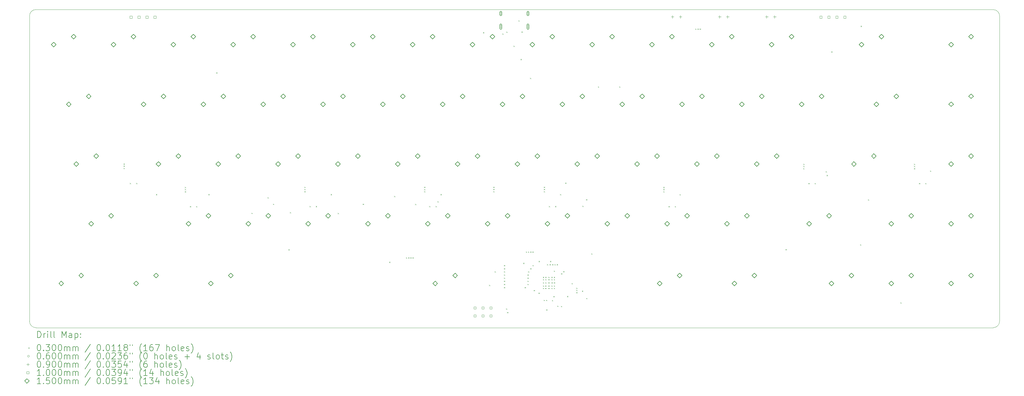
<source format=gbr>
%TF.GenerationSoftware,KiCad,Pcbnew,7.0.5*%
%TF.CreationDate,2023-07-12T18:10:13+02:00*%
%TF.ProjectId,keyboard,6b657962-6f61-4726-942e-6b696361645f,rev?*%
%TF.SameCoordinates,Original*%
%TF.FileFunction,Drillmap*%
%TF.FilePolarity,Positive*%
%FSLAX45Y45*%
G04 Gerber Fmt 4.5, Leading zero omitted, Abs format (unit mm)*
G04 Created by KiCad (PCBNEW 7.0.5) date 2023-07-12 18:10:13*
%MOMM*%
%LPD*%
G01*
G04 APERTURE LIST*
%ADD10C,0.100000*%
%ADD11C,0.200000*%
%ADD12C,0.030000*%
%ADD13C,0.060000*%
%ADD14C,0.090000*%
%ADD15C,0.150000*%
G04 APERTURE END LIST*
D10*
X33528003Y-4398957D02*
G75*
G03*
X33323000Y-4193957I-205003J-3D01*
G01*
X2843957Y-4192957D02*
G75*
G03*
X2638957Y-4397957I0J-205000D01*
G01*
X2639000Y-14136000D02*
G75*
G03*
X2844000Y-14341000I205000J0D01*
G01*
X2843957Y-4192957D02*
X33323000Y-4193957D01*
X2844000Y-14341000D02*
X33323000Y-14341000D01*
X2639000Y-14136000D02*
X2638957Y-4397957D01*
X33528000Y-4398957D02*
X33528000Y-14136000D01*
X33323000Y-14341000D02*
G75*
G03*
X33528000Y-14136000I0J205000D01*
G01*
D11*
D12*
X5634884Y-9245426D02*
X5664884Y-9275426D01*
X5664884Y-9245426D02*
X5634884Y-9275426D01*
X5635000Y-9105000D02*
X5665000Y-9135000D01*
X5665000Y-9105000D02*
X5635000Y-9135000D01*
X5635000Y-9175000D02*
X5665000Y-9205000D01*
X5665000Y-9175000D02*
X5635000Y-9205000D01*
X5835000Y-9725000D02*
X5865000Y-9755000D01*
X5865000Y-9725000D02*
X5835000Y-9755000D01*
X6035000Y-9725000D02*
X6065000Y-9755000D01*
X6065000Y-9725000D02*
X6035000Y-9755000D01*
X6667000Y-10079000D02*
X6697000Y-10109000D01*
X6697000Y-10079000D02*
X6667000Y-10109000D01*
X7585000Y-9990000D02*
X7615000Y-10020000D01*
X7615000Y-9990000D02*
X7585000Y-10020000D01*
X7585116Y-9849574D02*
X7615116Y-9879574D01*
X7615116Y-9849574D02*
X7585116Y-9879574D01*
X7585116Y-9919574D02*
X7615116Y-9949574D01*
X7615116Y-9919574D02*
X7585116Y-9949574D01*
X7745000Y-10465000D02*
X7775000Y-10495000D01*
X7775000Y-10465000D02*
X7745000Y-10495000D01*
X7945000Y-10465000D02*
X7975000Y-10495000D01*
X7975000Y-10465000D02*
X7945000Y-10495000D01*
X8334000Y-10080000D02*
X8364000Y-10110000D01*
X8364000Y-10080000D02*
X8334000Y-10110000D01*
X8583280Y-6196880D02*
X8613280Y-6226880D01*
X8613280Y-6196880D02*
X8583280Y-6226880D01*
X9705960Y-10674900D02*
X9735960Y-10704900D01*
X9735960Y-10674900D02*
X9705960Y-10704900D01*
X10219040Y-10182140D02*
X10249040Y-10212140D01*
X10249040Y-10182140D02*
X10219040Y-10212140D01*
X10391760Y-10387880D02*
X10421760Y-10417880D01*
X10421760Y-10387880D02*
X10391760Y-10417880D01*
X10883000Y-11842000D02*
X10913000Y-11872000D01*
X10913000Y-11842000D02*
X10883000Y-11872000D01*
X10932780Y-10654580D02*
X10962780Y-10684580D01*
X10962780Y-10654580D02*
X10932780Y-10684580D01*
X11393661Y-9985000D02*
X11423661Y-10015000D01*
X11423661Y-9985000D02*
X11393661Y-10015000D01*
X11393777Y-9844574D02*
X11423777Y-9874574D01*
X11423777Y-9844574D02*
X11393777Y-9874574D01*
X11393777Y-9914574D02*
X11423777Y-9944574D01*
X11423777Y-9914574D02*
X11393777Y-9944574D01*
X11555000Y-10460000D02*
X11585000Y-10490000D01*
X11585000Y-10460000D02*
X11555000Y-10490000D01*
X11755000Y-10460000D02*
X11785000Y-10490000D01*
X11785000Y-10460000D02*
X11755000Y-10490000D01*
X12232000Y-10080000D02*
X12262000Y-10110000D01*
X12262000Y-10080000D02*
X12232000Y-10110000D01*
X12456780Y-10682520D02*
X12486780Y-10712520D01*
X12486780Y-10682520D02*
X12456780Y-10712520D01*
X13249260Y-10387880D02*
X13279260Y-10417880D01*
X13279260Y-10387880D02*
X13249260Y-10417880D01*
X14092540Y-12237000D02*
X14122540Y-12267000D01*
X14122540Y-12237000D02*
X14092540Y-12267000D01*
X14248000Y-10139000D02*
X14278000Y-10169000D01*
X14278000Y-10139000D02*
X14248000Y-10169000D01*
X14626000Y-12100000D02*
X14656000Y-12130000D01*
X14656000Y-12100000D02*
X14626000Y-12130000D01*
X14695993Y-12099986D02*
X14725993Y-12129986D01*
X14725993Y-12099986D02*
X14695993Y-12129986D01*
X14765940Y-12099834D02*
X14795940Y-12129834D01*
X14795940Y-12099834D02*
X14765940Y-12129834D01*
X14835890Y-12100045D02*
X14865890Y-12130045D01*
X14865890Y-12100045D02*
X14835890Y-12130045D01*
X14920580Y-10390420D02*
X14950580Y-10420420D01*
X14950580Y-10390420D02*
X14920580Y-10420420D01*
X15207411Y-9987500D02*
X15237411Y-10017500D01*
X15237411Y-9987500D02*
X15207411Y-10017500D01*
X15207527Y-9847074D02*
X15237527Y-9877074D01*
X15237527Y-9847074D02*
X15207527Y-9877074D01*
X15207527Y-9917074D02*
X15237527Y-9947074D01*
X15237527Y-9917074D02*
X15207527Y-9947074D01*
X15368750Y-10462500D02*
X15398750Y-10492500D01*
X15398750Y-10462500D02*
X15368750Y-10492500D01*
X15568750Y-10462500D02*
X15598750Y-10492500D01*
X15598750Y-10462500D02*
X15568750Y-10492500D01*
X15630000Y-10307000D02*
X15660000Y-10337000D01*
X15660000Y-10307000D02*
X15630000Y-10337000D01*
X15726250Y-10080000D02*
X15756250Y-10110000D01*
X15756250Y-10080000D02*
X15726250Y-10110000D01*
X17082000Y-4913000D02*
X17112000Y-4943000D01*
X17112000Y-4913000D02*
X17082000Y-4943000D01*
X17274000Y-12977000D02*
X17304000Y-13007000D01*
X17304000Y-12977000D02*
X17274000Y-13007000D01*
X17408738Y-9845000D02*
X17438738Y-9875000D01*
X17438738Y-9845000D02*
X17408738Y-9875000D01*
X17409000Y-9914886D02*
X17439000Y-9944886D01*
X17439000Y-9914886D02*
X17409000Y-9944886D01*
X17409000Y-9984886D02*
X17439000Y-10014886D01*
X17439000Y-9984886D02*
X17409000Y-10014886D01*
X17450000Y-12545000D02*
X17480000Y-12575000D01*
X17480000Y-12545000D02*
X17450000Y-12575000D01*
X17697000Y-4955000D02*
X17727000Y-4985000D01*
X17727000Y-4955000D02*
X17697000Y-4985000D01*
X17745000Y-12345000D02*
X17775000Y-12375000D01*
X17775000Y-12345000D02*
X17745000Y-12375000D01*
X17745000Y-12445000D02*
X17775000Y-12475000D01*
X17775000Y-12445000D02*
X17745000Y-12475000D01*
X17745000Y-12545000D02*
X17775000Y-12575000D01*
X17775000Y-12545000D02*
X17745000Y-12575000D01*
X17745000Y-12645000D02*
X17775000Y-12675000D01*
X17775000Y-12645000D02*
X17745000Y-12675000D01*
X17745000Y-12745000D02*
X17775000Y-12775000D01*
X17775000Y-12745000D02*
X17745000Y-12775000D01*
X17745000Y-12845000D02*
X17775000Y-12875000D01*
X17775000Y-12845000D02*
X17745000Y-12875000D01*
X17745000Y-12945000D02*
X17775000Y-12975000D01*
X17775000Y-12945000D02*
X17745000Y-12975000D01*
X17745000Y-13045000D02*
X17775000Y-13075000D01*
X17775000Y-13045000D02*
X17745000Y-13075000D01*
X17814148Y-13727902D02*
X17844148Y-13757902D01*
X17844148Y-13727902D02*
X17814148Y-13757902D01*
X17824000Y-4896000D02*
X17854000Y-4926000D01*
X17854000Y-4896000D02*
X17824000Y-4926000D01*
X17848000Y-13843000D02*
X17878000Y-13873000D01*
X17878000Y-13843000D02*
X17848000Y-13873000D01*
X18050000Y-5345000D02*
X18080000Y-5375000D01*
X18080000Y-5345000D02*
X18050000Y-5375000D01*
X18207000Y-4539000D02*
X18237000Y-4569000D01*
X18237000Y-4539000D02*
X18207000Y-4569000D01*
X18275000Y-5770000D02*
X18305000Y-5800000D01*
X18305000Y-5770000D02*
X18275000Y-5800000D01*
X18304000Y-4895000D02*
X18334000Y-4925000D01*
X18334000Y-4895000D02*
X18304000Y-4925000D01*
X18362000Y-12272450D02*
X18392000Y-12302450D01*
X18392000Y-12272450D02*
X18362000Y-12302450D01*
X18405000Y-13045000D02*
X18435000Y-13075000D01*
X18435000Y-13045000D02*
X18405000Y-13075000D01*
X18443000Y-11912065D02*
X18473000Y-11942065D01*
X18473000Y-11912065D02*
X18443000Y-11942065D01*
X18495000Y-12645000D02*
X18525000Y-12675000D01*
X18525000Y-12645000D02*
X18495000Y-12675000D01*
X18495000Y-12745000D02*
X18525000Y-12775000D01*
X18525000Y-12745000D02*
X18495000Y-12775000D01*
X18495000Y-12845000D02*
X18525000Y-12875000D01*
X18525000Y-12845000D02*
X18495000Y-12875000D01*
X18495000Y-12945000D02*
X18525000Y-12975000D01*
X18525000Y-12945000D02*
X18495000Y-12975000D01*
X18512993Y-11912050D02*
X18542993Y-11942050D01*
X18542993Y-11912050D02*
X18512993Y-11942050D01*
X18515000Y-12545000D02*
X18545000Y-12575000D01*
X18545000Y-12545000D02*
X18515000Y-12575000D01*
X18575000Y-6370000D02*
X18605000Y-6400000D01*
X18605000Y-6370000D02*
X18575000Y-6400000D01*
X18582940Y-11911998D02*
X18612940Y-11941998D01*
X18612940Y-11911998D02*
X18582940Y-11941998D01*
X18585000Y-12445000D02*
X18615000Y-12475000D01*
X18615000Y-12445000D02*
X18585000Y-12475000D01*
X18652891Y-11912109D02*
X18682891Y-11942109D01*
X18682891Y-11912109D02*
X18652891Y-11942109D01*
X18655000Y-12345000D02*
X18685000Y-12375000D01*
X18685000Y-12345000D02*
X18655000Y-12375000D01*
X18695000Y-13140000D02*
X18725000Y-13170000D01*
X18725000Y-13140000D02*
X18695000Y-13170000D01*
X18845000Y-13225000D02*
X18875000Y-13255000D01*
X18875000Y-13225000D02*
X18845000Y-13255000D01*
X18850000Y-12215000D02*
X18880000Y-12245000D01*
X18880000Y-12215000D02*
X18850000Y-12245000D01*
X18985000Y-12718750D02*
X19015000Y-12748750D01*
X19015000Y-12718750D02*
X18985000Y-12748750D01*
X18985000Y-12793750D02*
X19015000Y-12823750D01*
X19015000Y-12793750D02*
X18985000Y-12823750D01*
X18985000Y-12893750D02*
X19015000Y-12923750D01*
X19015000Y-12893750D02*
X18985000Y-12923750D01*
X18985000Y-12996250D02*
X19015000Y-13026250D01*
X19015000Y-12996250D02*
X18985000Y-13026250D01*
X18985000Y-13071250D02*
X19015000Y-13101250D01*
X19015000Y-13071250D02*
X18985000Y-13101250D01*
X19013000Y-13453000D02*
X19043000Y-13483000D01*
X19043000Y-13453000D02*
X19013000Y-13483000D01*
X19014911Y-9985000D02*
X19044911Y-10015000D01*
X19044911Y-9985000D02*
X19014911Y-10015000D01*
X19015027Y-9844574D02*
X19045027Y-9874574D01*
X19045027Y-9844574D02*
X19015027Y-9874574D01*
X19015027Y-9914574D02*
X19045027Y-9944574D01*
X19045027Y-9914574D02*
X19015027Y-9944574D01*
X19060000Y-12996250D02*
X19090000Y-13026250D01*
X19090000Y-12996250D02*
X19060000Y-13026250D01*
X19060000Y-13071250D02*
X19090000Y-13101250D01*
X19090000Y-13071250D02*
X19060000Y-13101250D01*
X19062500Y-12718750D02*
X19092500Y-12748750D01*
X19092500Y-12718750D02*
X19062500Y-12748750D01*
X19062500Y-12793750D02*
X19092500Y-12823750D01*
X19092500Y-12793750D02*
X19062500Y-12823750D01*
X19062500Y-12893750D02*
X19092500Y-12923750D01*
X19092500Y-12893750D02*
X19062500Y-12923750D01*
X19090000Y-13453000D02*
X19120000Y-13483000D01*
X19120000Y-13453000D02*
X19090000Y-13483000D01*
X19094000Y-13758000D02*
X19124000Y-13788000D01*
X19124000Y-13758000D02*
X19094000Y-13788000D01*
X19117415Y-12315000D02*
X19147415Y-12345000D01*
X19147415Y-12315000D02*
X19117415Y-12345000D01*
X19160000Y-12718750D02*
X19190000Y-12748750D01*
X19190000Y-12718750D02*
X19160000Y-12748750D01*
X19160000Y-12793750D02*
X19190000Y-12823750D01*
X19190000Y-12793750D02*
X19160000Y-12823750D01*
X19160000Y-12895000D02*
X19190000Y-12925000D01*
X19190000Y-12895000D02*
X19160000Y-12925000D01*
X19160000Y-12996250D02*
X19190000Y-13026250D01*
X19190000Y-12996250D02*
X19160000Y-13026250D01*
X19160000Y-13071250D02*
X19190000Y-13101250D01*
X19190000Y-13071250D02*
X19160000Y-13101250D01*
X19176250Y-10460000D02*
X19206250Y-10490000D01*
X19206250Y-10460000D02*
X19176250Y-10490000D01*
X19200105Y-12315250D02*
X19230105Y-12345250D01*
X19230105Y-12315250D02*
X19200105Y-12345250D01*
X19215000Y-12215000D02*
X19245000Y-12245000D01*
X19245000Y-12215000D02*
X19215000Y-12245000D01*
X19257500Y-12718750D02*
X19287500Y-12748750D01*
X19287500Y-12718750D02*
X19257500Y-12748750D01*
X19257500Y-12793750D02*
X19287500Y-12823750D01*
X19287500Y-12793750D02*
X19257500Y-12823750D01*
X19257500Y-12996250D02*
X19287500Y-13026250D01*
X19287500Y-12996250D02*
X19257500Y-13026250D01*
X19257500Y-13071250D02*
X19287500Y-13101250D01*
X19287500Y-13071250D02*
X19257500Y-13101250D01*
X19260000Y-12893750D02*
X19290000Y-12923750D01*
X19290000Y-12893750D02*
X19260000Y-12923750D01*
X19276000Y-13460000D02*
X19306000Y-13490000D01*
X19306000Y-13460000D02*
X19276000Y-13490000D01*
X19281610Y-12315062D02*
X19311610Y-12345062D01*
X19311610Y-12315062D02*
X19281610Y-12345062D01*
X19320000Y-13335000D02*
X19350000Y-13365000D01*
X19350000Y-13335000D02*
X19320000Y-13365000D01*
X19335000Y-12521000D02*
X19365000Y-12551000D01*
X19365000Y-12521000D02*
X19335000Y-12551000D01*
X19335000Y-12718750D02*
X19365000Y-12748750D01*
X19365000Y-12718750D02*
X19335000Y-12748750D01*
X19335000Y-12793750D02*
X19365000Y-12823750D01*
X19365000Y-12793750D02*
X19335000Y-12823750D01*
X19335000Y-12996250D02*
X19365000Y-13026250D01*
X19365000Y-12996250D02*
X19335000Y-13026250D01*
X19335000Y-13071250D02*
X19365000Y-13101250D01*
X19365000Y-13071250D02*
X19335000Y-13101250D01*
X19337500Y-12893750D02*
X19367500Y-12923750D01*
X19367500Y-12893750D02*
X19337500Y-12923750D01*
X19357050Y-12315112D02*
X19387050Y-12345112D01*
X19387050Y-12315112D02*
X19357050Y-12345112D01*
X19376250Y-10460000D02*
X19406250Y-10490000D01*
X19406250Y-10460000D02*
X19376250Y-10490000D01*
X19427000Y-12315252D02*
X19457000Y-12345252D01*
X19457000Y-12315252D02*
X19427000Y-12345252D01*
X19445000Y-13640000D02*
X19475000Y-13670000D01*
X19475000Y-13640000D02*
X19445000Y-13670000D01*
X19531250Y-10080000D02*
X19561250Y-10110000D01*
X19561250Y-10080000D02*
X19531250Y-10110000D01*
X19562450Y-13649000D02*
X19592450Y-13679000D01*
X19592450Y-13649000D02*
X19562450Y-13679000D01*
X19565000Y-12606000D02*
X19595000Y-12636000D01*
X19595000Y-12606000D02*
X19565000Y-12636000D01*
X19635000Y-12538000D02*
X19665000Y-12568000D01*
X19665000Y-12538000D02*
X19635000Y-12568000D01*
X19698000Y-9715000D02*
X19728000Y-9745000D01*
X19728000Y-9715000D02*
X19698000Y-9745000D01*
X19757000Y-13330000D02*
X19787000Y-13360000D01*
X19787000Y-13330000D02*
X19757000Y-13360000D01*
X19899623Y-12919623D02*
X19929623Y-12949623D01*
X19929623Y-12919623D02*
X19899623Y-12949623D01*
X20048684Y-13067000D02*
X20078684Y-13097000D01*
X20078684Y-13067000D02*
X20048684Y-13097000D01*
X20048684Y-13136950D02*
X20078684Y-13166950D01*
X20078684Y-13136950D02*
X20048684Y-13166950D01*
X20048684Y-13206901D02*
X20078684Y-13236901D01*
X20078684Y-13206901D02*
X20048684Y-13236901D01*
X20230000Y-13160000D02*
X20260000Y-13190000D01*
X20260000Y-13160000D02*
X20230000Y-13190000D01*
X20244420Y-10453920D02*
X20274420Y-10483920D01*
X20274420Y-10453920D02*
X20244420Y-10483920D01*
X20361000Y-10244000D02*
X20391000Y-10274000D01*
X20391000Y-10244000D02*
X20361000Y-10274000D01*
X20365000Y-13395000D02*
X20395000Y-13425000D01*
X20395000Y-13395000D02*
X20365000Y-13425000D01*
X20528900Y-11970300D02*
X20558900Y-12000300D01*
X20558900Y-11970300D02*
X20528900Y-12000300D01*
X20740000Y-6646000D02*
X20770000Y-6676000D01*
X20770000Y-6646000D02*
X20740000Y-6676000D01*
X21418000Y-6646000D02*
X21448000Y-6676000D01*
X21448000Y-6646000D02*
X21418000Y-6676000D01*
X22823661Y-9990000D02*
X22853661Y-10020000D01*
X22853661Y-9990000D02*
X22823661Y-10020000D01*
X22823777Y-9849574D02*
X22853777Y-9879574D01*
X22853777Y-9849574D02*
X22823777Y-9879574D01*
X22823777Y-9919574D02*
X22853777Y-9949574D01*
X22853777Y-9919574D02*
X22823777Y-9949574D01*
X22985000Y-10465000D02*
X23015000Y-10495000D01*
X23015000Y-10465000D02*
X22985000Y-10495000D01*
X23185000Y-10465000D02*
X23215000Y-10495000D01*
X23215000Y-10465000D02*
X23185000Y-10495000D01*
X23340000Y-10085000D02*
X23370000Y-10115000D01*
X23370000Y-10085000D02*
X23340000Y-10115000D01*
X23839100Y-4799702D02*
X23869100Y-4829702D01*
X23869100Y-4799702D02*
X23839100Y-4829702D01*
X23909050Y-4800006D02*
X23939050Y-4830006D01*
X23939050Y-4800006D02*
X23909050Y-4830006D01*
X23979000Y-4800000D02*
X24009000Y-4830000D01*
X24009000Y-4800000D02*
X23979000Y-4830000D01*
X26711260Y-11835680D02*
X26741260Y-11865680D01*
X26741260Y-11835680D02*
X26711260Y-11865680D01*
X27277411Y-9253750D02*
X27307411Y-9283750D01*
X27307411Y-9253750D02*
X27277411Y-9283750D01*
X27277527Y-9113324D02*
X27307527Y-9143324D01*
X27307527Y-9113324D02*
X27277527Y-9143324D01*
X27277527Y-9183324D02*
X27307527Y-9213324D01*
X27307527Y-9183324D02*
X27277527Y-9213324D01*
X27438750Y-9728750D02*
X27468750Y-9758750D01*
X27468750Y-9728750D02*
X27438750Y-9758750D01*
X27638750Y-9728750D02*
X27668750Y-9758750D01*
X27668750Y-9728750D02*
X27638750Y-9758750D01*
X27990000Y-9352000D02*
X28020000Y-9382000D01*
X28020000Y-9352000D02*
X27990000Y-9382000D01*
X28021900Y-9470940D02*
X28051900Y-9500940D01*
X28051900Y-9470940D02*
X28021900Y-9500940D01*
X28169220Y-5528860D02*
X28199220Y-5558860D01*
X28199220Y-5528860D02*
X28169220Y-5558860D01*
X29088700Y-11683280D02*
X29118700Y-11713280D01*
X29118700Y-11683280D02*
X29088700Y-11713280D01*
X29103940Y-4710980D02*
X29133940Y-4740980D01*
X29133940Y-4710980D02*
X29103940Y-4740980D01*
X29335080Y-10250720D02*
X29365080Y-10280720D01*
X29365080Y-10250720D02*
X29335080Y-10280720D01*
X30368860Y-13534940D02*
X30398860Y-13564940D01*
X30398860Y-13534940D02*
X30368860Y-13564940D01*
X30799911Y-9253750D02*
X30829911Y-9283750D01*
X30829911Y-9253750D02*
X30799911Y-9283750D01*
X30800027Y-9113324D02*
X30830027Y-9143324D01*
X30830027Y-9113324D02*
X30800027Y-9143324D01*
X30800027Y-9183324D02*
X30830027Y-9213324D01*
X30830027Y-9183324D02*
X30800027Y-9213324D01*
X30961250Y-9728750D02*
X30991250Y-9758750D01*
X30991250Y-9728750D02*
X30961250Y-9758750D01*
X31161250Y-9728750D02*
X31191250Y-9758750D01*
X31191250Y-9728750D02*
X31161250Y-9758750D01*
X31313000Y-9331000D02*
X31343000Y-9361000D01*
X31343000Y-9331000D02*
X31313000Y-9361000D01*
D13*
X17676000Y-4318500D02*
G75*
G03*
X17676000Y-4318500I-30000J0D01*
G01*
D11*
X17616000Y-4278500D02*
X17616000Y-4358500D01*
X17616000Y-4358500D02*
G75*
G03*
X17676000Y-4358500I30000J0D01*
G01*
X17676000Y-4358500D02*
X17676000Y-4278500D01*
X17676000Y-4278500D02*
G75*
G03*
X17616000Y-4278500I-30000J0D01*
G01*
D13*
X17676000Y-4738500D02*
G75*
G03*
X17676000Y-4738500I-30000J0D01*
G01*
D11*
X17616000Y-4683500D02*
X17616000Y-4793500D01*
X17616000Y-4793500D02*
G75*
G03*
X17676000Y-4793500I30000J0D01*
G01*
X17676000Y-4793500D02*
X17676000Y-4683500D01*
X17676000Y-4683500D02*
G75*
G03*
X17616000Y-4683500I-30000J0D01*
G01*
D13*
X18540000Y-4318500D02*
G75*
G03*
X18540000Y-4318500I-30000J0D01*
G01*
D11*
X18480000Y-4278500D02*
X18480000Y-4358500D01*
X18480000Y-4358500D02*
G75*
G03*
X18540000Y-4358500I30000J0D01*
G01*
X18540000Y-4358500D02*
X18540000Y-4278500D01*
X18540000Y-4278500D02*
G75*
G03*
X18480000Y-4278500I-30000J0D01*
G01*
D13*
X18540000Y-4738500D02*
G75*
G03*
X18540000Y-4738500I-30000J0D01*
G01*
D11*
X18480000Y-4683500D02*
X18480000Y-4793500D01*
X18480000Y-4793500D02*
G75*
G03*
X18540000Y-4793500I30000J0D01*
G01*
X18540000Y-4793500D02*
X18540000Y-4683500D01*
X18540000Y-4683500D02*
G75*
G03*
X18480000Y-4683500I-30000J0D01*
G01*
D14*
X23112500Y-4380000D02*
X23112500Y-4470000D01*
X23067500Y-4425000D02*
X23157500Y-4425000D01*
X23366500Y-4380000D02*
X23366500Y-4470000D01*
X23321500Y-4425000D02*
X23411500Y-4425000D01*
X24612500Y-4380000D02*
X24612500Y-4470000D01*
X24567500Y-4425000D02*
X24657500Y-4425000D01*
X24866500Y-4380000D02*
X24866500Y-4470000D01*
X24821500Y-4425000D02*
X24911500Y-4425000D01*
X26112500Y-4380000D02*
X26112500Y-4470000D01*
X26067500Y-4425000D02*
X26157500Y-4425000D01*
X26366500Y-4380000D02*
X26366500Y-4470000D01*
X26321500Y-4425000D02*
X26411500Y-4425000D01*
D10*
X5905356Y-4469356D02*
X5905356Y-4398644D01*
X5834644Y-4398644D01*
X5834644Y-4469356D01*
X5905356Y-4469356D01*
X6159356Y-4469356D02*
X6159356Y-4398644D01*
X6088644Y-4398644D01*
X6088644Y-4469356D01*
X6159356Y-4469356D01*
X6413356Y-4469356D02*
X6413356Y-4398644D01*
X6342644Y-4398644D01*
X6342644Y-4469356D01*
X6413356Y-4469356D01*
X6667356Y-4469356D02*
X6667356Y-4398644D01*
X6596644Y-4398644D01*
X6596644Y-4469356D01*
X6667356Y-4469356D01*
X16858856Y-13742856D02*
X16858856Y-13672144D01*
X16788144Y-13672144D01*
X16788144Y-13742856D01*
X16858856Y-13742856D01*
X16858856Y-13996856D02*
X16858856Y-13926144D01*
X16788144Y-13926144D01*
X16788144Y-13996856D01*
X16858856Y-13996856D01*
X17112856Y-13742856D02*
X17112856Y-13672144D01*
X17042144Y-13672144D01*
X17042144Y-13742856D01*
X17112856Y-13742856D01*
X17112856Y-13996856D02*
X17112856Y-13926144D01*
X17042144Y-13926144D01*
X17042144Y-13996856D01*
X17112856Y-13996856D01*
X17366856Y-13742856D02*
X17366856Y-13672144D01*
X17296144Y-13672144D01*
X17296144Y-13742856D01*
X17366856Y-13742856D01*
X17366856Y-13996856D02*
X17366856Y-13926144D01*
X17296144Y-13926144D01*
X17296144Y-13996856D01*
X17366856Y-13996856D01*
X27873356Y-4468856D02*
X27873356Y-4398144D01*
X27802644Y-4398144D01*
X27802644Y-4468856D01*
X27873356Y-4468856D01*
X28127356Y-4468856D02*
X28127356Y-4398144D01*
X28056644Y-4398144D01*
X28056644Y-4468856D01*
X28127356Y-4468856D01*
X28381356Y-4468856D02*
X28381356Y-4398144D01*
X28310644Y-4398144D01*
X28310644Y-4468856D01*
X28381356Y-4468856D01*
X28635356Y-4468856D02*
X28635356Y-4398144D01*
X28564644Y-4398144D01*
X28564644Y-4468856D01*
X28635356Y-4468856D01*
D15*
X3413000Y-5384000D02*
X3488000Y-5309000D01*
X3413000Y-5234000D01*
X3338000Y-5309000D01*
X3413000Y-5384000D01*
X3651000Y-13006000D02*
X3726000Y-12931000D01*
X3651000Y-12856000D01*
X3576000Y-12931000D01*
X3651000Y-13006000D01*
X3889000Y-7290000D02*
X3964000Y-7215000D01*
X3889000Y-7140000D01*
X3814000Y-7215000D01*
X3889000Y-7290000D01*
X4048000Y-5130000D02*
X4123000Y-5055000D01*
X4048000Y-4980000D01*
X3973000Y-5055000D01*
X4048000Y-5130000D01*
X4127500Y-9196000D02*
X4202500Y-9121000D01*
X4127500Y-9046000D01*
X4052500Y-9121000D01*
X4127500Y-9196000D01*
X4286000Y-12752000D02*
X4361000Y-12677000D01*
X4286000Y-12602000D01*
X4211000Y-12677000D01*
X4286000Y-12752000D01*
X4524000Y-7036000D02*
X4599000Y-6961000D01*
X4524000Y-6886000D01*
X4449000Y-6961000D01*
X4524000Y-7036000D01*
X4604000Y-11101000D02*
X4679000Y-11026000D01*
X4604000Y-10951000D01*
X4529000Y-11026000D01*
X4604000Y-11101000D01*
X4762500Y-8942000D02*
X4837500Y-8867000D01*
X4762500Y-8792000D01*
X4687500Y-8867000D01*
X4762500Y-8942000D01*
X5239000Y-10847000D02*
X5314000Y-10772000D01*
X5239000Y-10697000D01*
X5164000Y-10772000D01*
X5239000Y-10847000D01*
X5318000Y-5384000D02*
X5393000Y-5309000D01*
X5318000Y-5234000D01*
X5243000Y-5309000D01*
X5318000Y-5384000D01*
X5953000Y-5130000D02*
X6028000Y-5055000D01*
X5953000Y-4980000D01*
X5878000Y-5055000D01*
X5953000Y-5130000D01*
X6032000Y-13006000D02*
X6107000Y-12931000D01*
X6032000Y-12856000D01*
X5957000Y-12931000D01*
X6032000Y-13006000D01*
X6270500Y-7289000D02*
X6345500Y-7214000D01*
X6270500Y-7139000D01*
X6195500Y-7214000D01*
X6270500Y-7289000D01*
X6667000Y-12752000D02*
X6742000Y-12677000D01*
X6667000Y-12602000D01*
X6592000Y-12677000D01*
X6667000Y-12752000D01*
X6746520Y-9196000D02*
X6821520Y-9121000D01*
X6746520Y-9046000D01*
X6671520Y-9121000D01*
X6746520Y-9196000D01*
X6905500Y-7035000D02*
X6980500Y-6960000D01*
X6905500Y-6885000D01*
X6830500Y-6960000D01*
X6905500Y-7035000D01*
X7223000Y-5384000D02*
X7298000Y-5309000D01*
X7223000Y-5234000D01*
X7148000Y-5309000D01*
X7223000Y-5384000D01*
X7381520Y-8942000D02*
X7456520Y-8867000D01*
X7381520Y-8792000D01*
X7306520Y-8867000D01*
X7381520Y-8942000D01*
X7704100Y-11101000D02*
X7779100Y-11026000D01*
X7704100Y-10951000D01*
X7629100Y-11026000D01*
X7704100Y-11101000D01*
X7858000Y-5130000D02*
X7933000Y-5055000D01*
X7858000Y-4980000D01*
X7783000Y-5055000D01*
X7858000Y-5130000D01*
X8175500Y-7289000D02*
X8250500Y-7214000D01*
X8175500Y-7139000D01*
X8100500Y-7214000D01*
X8175500Y-7289000D01*
X8339100Y-10847000D02*
X8414100Y-10772000D01*
X8339100Y-10697000D01*
X8264100Y-10772000D01*
X8339100Y-10847000D01*
X8416000Y-13006000D02*
X8491000Y-12931000D01*
X8416000Y-12856000D01*
X8341000Y-12931000D01*
X8416000Y-13006000D01*
X8651520Y-9196000D02*
X8726520Y-9121000D01*
X8651520Y-9046000D01*
X8576520Y-9121000D01*
X8651520Y-9196000D01*
X8810500Y-7035000D02*
X8885500Y-6960000D01*
X8810500Y-6885000D01*
X8735500Y-6960000D01*
X8810500Y-7035000D01*
X9051000Y-12752000D02*
X9126000Y-12677000D01*
X9051000Y-12602000D01*
X8976000Y-12677000D01*
X9051000Y-12752000D01*
X9128000Y-5384000D02*
X9203000Y-5309000D01*
X9128000Y-5234000D01*
X9053000Y-5309000D01*
X9128000Y-5384000D01*
X9286520Y-8942000D02*
X9361520Y-8867000D01*
X9286520Y-8792000D01*
X9211520Y-8867000D01*
X9286520Y-8942000D01*
X9609100Y-11101000D02*
X9684100Y-11026000D01*
X9609100Y-10951000D01*
X9534100Y-11026000D01*
X9609100Y-11101000D01*
X9763000Y-5130000D02*
X9838000Y-5055000D01*
X9763000Y-4980000D01*
X9688000Y-5055000D01*
X9763000Y-5130000D01*
X10080500Y-7289000D02*
X10155500Y-7214000D01*
X10080500Y-7139000D01*
X10005500Y-7214000D01*
X10080500Y-7289000D01*
X10244100Y-10847000D02*
X10319100Y-10772000D01*
X10244100Y-10697000D01*
X10169100Y-10772000D01*
X10244100Y-10847000D01*
X10556520Y-9196000D02*
X10631520Y-9121000D01*
X10556520Y-9046000D01*
X10481520Y-9121000D01*
X10556520Y-9196000D01*
X10715500Y-7035000D02*
X10790500Y-6960000D01*
X10715500Y-6885000D01*
X10640500Y-6960000D01*
X10715500Y-7035000D01*
X11033000Y-5384000D02*
X11108000Y-5309000D01*
X11033000Y-5234000D01*
X10958000Y-5309000D01*
X11033000Y-5384000D01*
X11191520Y-8942000D02*
X11266520Y-8867000D01*
X11191520Y-8792000D01*
X11116520Y-8867000D01*
X11191520Y-8942000D01*
X11514100Y-11101000D02*
X11589100Y-11026000D01*
X11514100Y-10951000D01*
X11439100Y-11026000D01*
X11514100Y-11101000D01*
X11668000Y-5130000D02*
X11743000Y-5055000D01*
X11668000Y-4980000D01*
X11593000Y-5055000D01*
X11668000Y-5130000D01*
X11985500Y-7289000D02*
X12060500Y-7214000D01*
X11985500Y-7139000D01*
X11910500Y-7214000D01*
X11985500Y-7289000D01*
X12149100Y-10847000D02*
X12224100Y-10772000D01*
X12149100Y-10697000D01*
X12074100Y-10772000D01*
X12149100Y-10847000D01*
X12461520Y-9196000D02*
X12536520Y-9121000D01*
X12461520Y-9046000D01*
X12386520Y-9121000D01*
X12461520Y-9196000D01*
X12620500Y-7035000D02*
X12695500Y-6960000D01*
X12620500Y-6885000D01*
X12545500Y-6960000D01*
X12620500Y-7035000D01*
X12938000Y-5384000D02*
X13013000Y-5309000D01*
X12938000Y-5234000D01*
X12863000Y-5309000D01*
X12938000Y-5384000D01*
X13096520Y-8942000D02*
X13171520Y-8867000D01*
X13096520Y-8792000D01*
X13021520Y-8867000D01*
X13096520Y-8942000D01*
X13419100Y-11101000D02*
X13494100Y-11026000D01*
X13419100Y-10951000D01*
X13344100Y-11026000D01*
X13419100Y-11101000D01*
X13573000Y-5130000D02*
X13648000Y-5055000D01*
X13573000Y-4980000D01*
X13498000Y-5055000D01*
X13573000Y-5130000D01*
X13890500Y-7289000D02*
X13965500Y-7214000D01*
X13890500Y-7139000D01*
X13815500Y-7214000D01*
X13890500Y-7289000D01*
X14054100Y-10847000D02*
X14129100Y-10772000D01*
X14054100Y-10697000D01*
X13979100Y-10772000D01*
X14054100Y-10847000D01*
X14366520Y-9196000D02*
X14441520Y-9121000D01*
X14366520Y-9046000D01*
X14291520Y-9121000D01*
X14366520Y-9196000D01*
X14525500Y-7035000D02*
X14600500Y-6960000D01*
X14525500Y-6885000D01*
X14450500Y-6960000D01*
X14525500Y-7035000D01*
X14843000Y-5384000D02*
X14918000Y-5309000D01*
X14843000Y-5234000D01*
X14768000Y-5309000D01*
X14843000Y-5384000D01*
X15001520Y-8942000D02*
X15076520Y-8867000D01*
X15001520Y-8792000D01*
X14926520Y-8867000D01*
X15001520Y-8942000D01*
X15324100Y-11101000D02*
X15399100Y-11026000D01*
X15324100Y-10951000D01*
X15249100Y-11026000D01*
X15324100Y-11101000D01*
X15478000Y-5130000D02*
X15553000Y-5055000D01*
X15478000Y-4980000D01*
X15403000Y-5055000D01*
X15478000Y-5130000D01*
X15556000Y-13006000D02*
X15631000Y-12931000D01*
X15556000Y-12856000D01*
X15481000Y-12931000D01*
X15556000Y-13006000D01*
X15795500Y-7289000D02*
X15870500Y-7214000D01*
X15795500Y-7139000D01*
X15720500Y-7214000D01*
X15795500Y-7289000D01*
X15959100Y-10847000D02*
X16034100Y-10772000D01*
X15959100Y-10697000D01*
X15884100Y-10772000D01*
X15959100Y-10847000D01*
X16191000Y-12752000D02*
X16266000Y-12677000D01*
X16191000Y-12602000D01*
X16116000Y-12677000D01*
X16191000Y-12752000D01*
X16271520Y-9196000D02*
X16346520Y-9121000D01*
X16271520Y-9046000D01*
X16196520Y-9121000D01*
X16271520Y-9196000D01*
X16430500Y-7035000D02*
X16505500Y-6960000D01*
X16430500Y-6885000D01*
X16355500Y-6960000D01*
X16430500Y-7035000D01*
X16748000Y-5384000D02*
X16823000Y-5309000D01*
X16748000Y-5234000D01*
X16673000Y-5309000D01*
X16748000Y-5384000D01*
X16906520Y-8942000D02*
X16981520Y-8867000D01*
X16906520Y-8792000D01*
X16831520Y-8867000D01*
X16906520Y-8942000D01*
X17229100Y-11101000D02*
X17304100Y-11026000D01*
X17229100Y-10951000D01*
X17154100Y-11026000D01*
X17229100Y-11101000D01*
X17383000Y-5130000D02*
X17458000Y-5055000D01*
X17383000Y-4980000D01*
X17308000Y-5055000D01*
X17383000Y-5130000D01*
X17700500Y-7289000D02*
X17775500Y-7214000D01*
X17700500Y-7139000D01*
X17625500Y-7214000D01*
X17700500Y-7289000D01*
X17864100Y-10847000D02*
X17939100Y-10772000D01*
X17864100Y-10697000D01*
X17789100Y-10772000D01*
X17864100Y-10847000D01*
X18176520Y-9196000D02*
X18251520Y-9121000D01*
X18176520Y-9046000D01*
X18101520Y-9121000D01*
X18176520Y-9196000D01*
X18335500Y-7035000D02*
X18410500Y-6960000D01*
X18335500Y-6885000D01*
X18260500Y-6960000D01*
X18335500Y-7035000D01*
X18652000Y-5384000D02*
X18727000Y-5309000D01*
X18652000Y-5234000D01*
X18577000Y-5309000D01*
X18652000Y-5384000D01*
X18811520Y-8942000D02*
X18886520Y-8867000D01*
X18811520Y-8792000D01*
X18736520Y-8867000D01*
X18811520Y-8942000D01*
X19134100Y-11101000D02*
X19209100Y-11026000D01*
X19134100Y-10951000D01*
X19059100Y-11026000D01*
X19134100Y-11101000D01*
X19287000Y-5130000D02*
X19362000Y-5055000D01*
X19287000Y-4980000D01*
X19212000Y-5055000D01*
X19287000Y-5130000D01*
X19605500Y-7289000D02*
X19680500Y-7214000D01*
X19605500Y-7139000D01*
X19530500Y-7214000D01*
X19605500Y-7289000D01*
X19769100Y-10847000D02*
X19844100Y-10772000D01*
X19769100Y-10697000D01*
X19694100Y-10772000D01*
X19769100Y-10847000D01*
X20081520Y-9196000D02*
X20156520Y-9121000D01*
X20081520Y-9046000D01*
X20006520Y-9121000D01*
X20081520Y-9196000D01*
X20240500Y-7035000D02*
X20315500Y-6960000D01*
X20240500Y-6885000D01*
X20165500Y-6960000D01*
X20240500Y-7035000D01*
X20558000Y-5384000D02*
X20633000Y-5309000D01*
X20558000Y-5234000D01*
X20483000Y-5309000D01*
X20558000Y-5384000D01*
X20716520Y-8942000D02*
X20791520Y-8867000D01*
X20716520Y-8792000D01*
X20641520Y-8867000D01*
X20716520Y-8942000D01*
X21039100Y-11101000D02*
X21114100Y-11026000D01*
X21039100Y-10951000D01*
X20964100Y-11026000D01*
X21039100Y-11101000D01*
X21193000Y-5130000D02*
X21268000Y-5055000D01*
X21193000Y-4980000D01*
X21118000Y-5055000D01*
X21193000Y-5130000D01*
X21510500Y-7289000D02*
X21585500Y-7214000D01*
X21510500Y-7139000D01*
X21435500Y-7214000D01*
X21510500Y-7289000D01*
X21674100Y-10847000D02*
X21749100Y-10772000D01*
X21674100Y-10697000D01*
X21599100Y-10772000D01*
X21674100Y-10847000D01*
X21986520Y-9196000D02*
X22061520Y-9121000D01*
X21986520Y-9046000D01*
X21911520Y-9121000D01*
X21986520Y-9196000D01*
X22145500Y-7035000D02*
X22220500Y-6960000D01*
X22145500Y-6885000D01*
X22070500Y-6960000D01*
X22145500Y-7035000D01*
X22463000Y-5384000D02*
X22538000Y-5309000D01*
X22463000Y-5234000D01*
X22388000Y-5309000D01*
X22463000Y-5384000D01*
X22621520Y-8942000D02*
X22696520Y-8867000D01*
X22621520Y-8792000D01*
X22546520Y-8867000D01*
X22621520Y-8942000D01*
X22706000Y-13005000D02*
X22781000Y-12930000D01*
X22706000Y-12855000D01*
X22631000Y-12930000D01*
X22706000Y-13005000D01*
X22944100Y-11101000D02*
X23019100Y-11026000D01*
X22944100Y-10951000D01*
X22869100Y-11026000D01*
X22944100Y-11101000D01*
X23098000Y-5130000D02*
X23173000Y-5055000D01*
X23098000Y-4980000D01*
X23023000Y-5055000D01*
X23098000Y-5130000D01*
X23341000Y-12751000D02*
X23416000Y-12676000D01*
X23341000Y-12601000D01*
X23266000Y-12676000D01*
X23341000Y-12751000D01*
X23415500Y-7289000D02*
X23490500Y-7214000D01*
X23415500Y-7139000D01*
X23340500Y-7214000D01*
X23415500Y-7289000D01*
X23579100Y-10847000D02*
X23654100Y-10772000D01*
X23579100Y-10697000D01*
X23504100Y-10772000D01*
X23579100Y-10847000D01*
X23891520Y-9196000D02*
X23966520Y-9121000D01*
X23891520Y-9046000D01*
X23816520Y-9121000D01*
X23891520Y-9196000D01*
X24050500Y-7035000D02*
X24125500Y-6960000D01*
X24050500Y-6885000D01*
X23975500Y-6960000D01*
X24050500Y-7035000D01*
X24368000Y-5384000D02*
X24443000Y-5309000D01*
X24368000Y-5234000D01*
X24293000Y-5309000D01*
X24368000Y-5384000D01*
X24526520Y-8942000D02*
X24601520Y-8867000D01*
X24526520Y-8792000D01*
X24451520Y-8867000D01*
X24526520Y-8942000D01*
X24849100Y-11101000D02*
X24924100Y-11026000D01*
X24849100Y-10951000D01*
X24774100Y-11026000D01*
X24849100Y-11101000D01*
X25003000Y-5130000D02*
X25078000Y-5055000D01*
X25003000Y-4980000D01*
X24928000Y-5055000D01*
X25003000Y-5130000D01*
X25085000Y-13005000D02*
X25160000Y-12930000D01*
X25085000Y-12855000D01*
X25010000Y-12930000D01*
X25085000Y-13005000D01*
X25320500Y-7289000D02*
X25395500Y-7214000D01*
X25320500Y-7139000D01*
X25245500Y-7214000D01*
X25320500Y-7289000D01*
X25484100Y-10847000D02*
X25559100Y-10772000D01*
X25484100Y-10697000D01*
X25409100Y-10772000D01*
X25484100Y-10847000D01*
X25720000Y-12751000D02*
X25795000Y-12676000D01*
X25720000Y-12601000D01*
X25645000Y-12676000D01*
X25720000Y-12751000D01*
X25796520Y-9196000D02*
X25871520Y-9121000D01*
X25796520Y-9046000D01*
X25721520Y-9121000D01*
X25796520Y-9196000D01*
X25955500Y-7035000D02*
X26030500Y-6960000D01*
X25955500Y-6885000D01*
X25880500Y-6960000D01*
X25955500Y-7035000D01*
X26273000Y-5384000D02*
X26348000Y-5309000D01*
X26273000Y-5234000D01*
X26198000Y-5309000D01*
X26273000Y-5384000D01*
X26431520Y-8942000D02*
X26506520Y-8867000D01*
X26431520Y-8792000D01*
X26356520Y-8867000D01*
X26431520Y-8942000D01*
X26908000Y-5130000D02*
X26983000Y-5055000D01*
X26908000Y-4980000D01*
X26833000Y-5055000D01*
X26908000Y-5130000D01*
X27225500Y-7288000D02*
X27300500Y-7213000D01*
X27225500Y-7138000D01*
X27150500Y-7213000D01*
X27225500Y-7288000D01*
X27465300Y-11101000D02*
X27540300Y-11026000D01*
X27465300Y-10951000D01*
X27390300Y-11026000D01*
X27465300Y-11101000D01*
X27860500Y-7034000D02*
X27935500Y-6959000D01*
X27860500Y-6884000D01*
X27785500Y-6959000D01*
X27860500Y-7034000D01*
X28100300Y-10847000D02*
X28175300Y-10772000D01*
X28100300Y-10697000D01*
X28025300Y-10772000D01*
X28100300Y-10847000D01*
X28176500Y-13006000D02*
X28251500Y-12931000D01*
X28176500Y-12856000D01*
X28101500Y-12931000D01*
X28176500Y-13006000D01*
X28811500Y-12752000D02*
X28886500Y-12677000D01*
X28811500Y-12602000D01*
X28736500Y-12677000D01*
X28811500Y-12752000D01*
X28890240Y-9197020D02*
X28965240Y-9122020D01*
X28890240Y-9047020D01*
X28815240Y-9122020D01*
X28890240Y-9197020D01*
X29130500Y-5384000D02*
X29205500Y-5309000D01*
X29130500Y-5234000D01*
X29055500Y-5309000D01*
X29130500Y-5384000D01*
X29525240Y-8943020D02*
X29600240Y-8868020D01*
X29525240Y-8793020D01*
X29450240Y-8868020D01*
X29525240Y-8943020D01*
X29606500Y-7288000D02*
X29681500Y-7213000D01*
X29606500Y-7138000D01*
X29531500Y-7213000D01*
X29606500Y-7288000D01*
X29765500Y-5130000D02*
X29840500Y-5055000D01*
X29765500Y-4980000D01*
X29690500Y-5055000D01*
X29765500Y-5130000D01*
X30081500Y-11101000D02*
X30156500Y-11026000D01*
X30081500Y-10951000D01*
X30006500Y-11026000D01*
X30081500Y-11101000D01*
X30081500Y-13006000D02*
X30156500Y-12931000D01*
X30081500Y-12856000D01*
X30006500Y-12931000D01*
X30081500Y-13006000D01*
X30241500Y-7034000D02*
X30316500Y-6959000D01*
X30241500Y-6884000D01*
X30166500Y-6959000D01*
X30241500Y-7034000D01*
X30716500Y-10847000D02*
X30791500Y-10772000D01*
X30716500Y-10697000D01*
X30641500Y-10772000D01*
X30716500Y-10847000D01*
X30716500Y-12752000D02*
X30791500Y-12677000D01*
X30716500Y-12602000D01*
X30641500Y-12677000D01*
X30716500Y-12752000D01*
X31986500Y-9196000D02*
X32061500Y-9121000D01*
X31986500Y-9046000D01*
X31911500Y-9121000D01*
X31986500Y-9196000D01*
X31986500Y-11101000D02*
X32061500Y-11026000D01*
X31986500Y-10951000D01*
X31911500Y-11026000D01*
X31986500Y-11101000D01*
X31986500Y-13006000D02*
X32061500Y-12931000D01*
X31986500Y-12856000D01*
X31911500Y-12931000D01*
X31986500Y-13006000D01*
X31987500Y-7287000D02*
X32062500Y-7212000D01*
X31987500Y-7137000D01*
X31912500Y-7212000D01*
X31987500Y-7287000D01*
X31988000Y-5384000D02*
X32063000Y-5309000D01*
X31988000Y-5234000D01*
X31913000Y-5309000D01*
X31988000Y-5384000D01*
X32621500Y-8942000D02*
X32696500Y-8867000D01*
X32621500Y-8792000D01*
X32546500Y-8867000D01*
X32621500Y-8942000D01*
X32621500Y-10847000D02*
X32696500Y-10772000D01*
X32621500Y-10697000D01*
X32546500Y-10772000D01*
X32621500Y-10847000D01*
X32621500Y-12752000D02*
X32696500Y-12677000D01*
X32621500Y-12602000D01*
X32546500Y-12677000D01*
X32621500Y-12752000D01*
X32622500Y-7033000D02*
X32697500Y-6958000D01*
X32622500Y-6883000D01*
X32547500Y-6958000D01*
X32622500Y-7033000D01*
X32623000Y-5130000D02*
X32698000Y-5055000D01*
X32623000Y-4980000D01*
X32548000Y-5055000D01*
X32623000Y-5130000D01*
D11*
X2894734Y-14657484D02*
X2894734Y-14457484D01*
X2894734Y-14457484D02*
X2942353Y-14457484D01*
X2942353Y-14457484D02*
X2970924Y-14467008D01*
X2970924Y-14467008D02*
X2989972Y-14486055D01*
X2989972Y-14486055D02*
X2999496Y-14505103D01*
X2999496Y-14505103D02*
X3009019Y-14543198D01*
X3009019Y-14543198D02*
X3009019Y-14571770D01*
X3009019Y-14571770D02*
X2999496Y-14609865D01*
X2999496Y-14609865D02*
X2989972Y-14628912D01*
X2989972Y-14628912D02*
X2970924Y-14647960D01*
X2970924Y-14647960D02*
X2942353Y-14657484D01*
X2942353Y-14657484D02*
X2894734Y-14657484D01*
X3094734Y-14657484D02*
X3094734Y-14524150D01*
X3094734Y-14562246D02*
X3104257Y-14543198D01*
X3104257Y-14543198D02*
X3113781Y-14533674D01*
X3113781Y-14533674D02*
X3132829Y-14524150D01*
X3132829Y-14524150D02*
X3151877Y-14524150D01*
X3218543Y-14657484D02*
X3218543Y-14524150D01*
X3218543Y-14457484D02*
X3209019Y-14467008D01*
X3209019Y-14467008D02*
X3218543Y-14476531D01*
X3218543Y-14476531D02*
X3228067Y-14467008D01*
X3228067Y-14467008D02*
X3218543Y-14457484D01*
X3218543Y-14457484D02*
X3218543Y-14476531D01*
X3342353Y-14657484D02*
X3323305Y-14647960D01*
X3323305Y-14647960D02*
X3313781Y-14628912D01*
X3313781Y-14628912D02*
X3313781Y-14457484D01*
X3447115Y-14657484D02*
X3428067Y-14647960D01*
X3428067Y-14647960D02*
X3418543Y-14628912D01*
X3418543Y-14628912D02*
X3418543Y-14457484D01*
X3675686Y-14657484D02*
X3675686Y-14457484D01*
X3675686Y-14457484D02*
X3742353Y-14600341D01*
X3742353Y-14600341D02*
X3809019Y-14457484D01*
X3809019Y-14457484D02*
X3809019Y-14657484D01*
X3989972Y-14657484D02*
X3989972Y-14552722D01*
X3989972Y-14552722D02*
X3980448Y-14533674D01*
X3980448Y-14533674D02*
X3961400Y-14524150D01*
X3961400Y-14524150D02*
X3923305Y-14524150D01*
X3923305Y-14524150D02*
X3904257Y-14533674D01*
X3989972Y-14647960D02*
X3970924Y-14657484D01*
X3970924Y-14657484D02*
X3923305Y-14657484D01*
X3923305Y-14657484D02*
X3904257Y-14647960D01*
X3904257Y-14647960D02*
X3894734Y-14628912D01*
X3894734Y-14628912D02*
X3894734Y-14609865D01*
X3894734Y-14609865D02*
X3904257Y-14590817D01*
X3904257Y-14590817D02*
X3923305Y-14581293D01*
X3923305Y-14581293D02*
X3970924Y-14581293D01*
X3970924Y-14581293D02*
X3989972Y-14571770D01*
X4085210Y-14524150D02*
X4085210Y-14724150D01*
X4085210Y-14533674D02*
X4104257Y-14524150D01*
X4104257Y-14524150D02*
X4142353Y-14524150D01*
X4142353Y-14524150D02*
X4161400Y-14533674D01*
X4161400Y-14533674D02*
X4170924Y-14543198D01*
X4170924Y-14543198D02*
X4180448Y-14562246D01*
X4180448Y-14562246D02*
X4180448Y-14619389D01*
X4180448Y-14619389D02*
X4170924Y-14638436D01*
X4170924Y-14638436D02*
X4161400Y-14647960D01*
X4161400Y-14647960D02*
X4142353Y-14657484D01*
X4142353Y-14657484D02*
X4104257Y-14657484D01*
X4104257Y-14657484D02*
X4085210Y-14647960D01*
X4266162Y-14638436D02*
X4275686Y-14647960D01*
X4275686Y-14647960D02*
X4266162Y-14657484D01*
X4266162Y-14657484D02*
X4256639Y-14647960D01*
X4256639Y-14647960D02*
X4266162Y-14638436D01*
X4266162Y-14638436D02*
X4266162Y-14657484D01*
X4266162Y-14533674D02*
X4275686Y-14543198D01*
X4275686Y-14543198D02*
X4266162Y-14552722D01*
X4266162Y-14552722D02*
X4256639Y-14543198D01*
X4256639Y-14543198D02*
X4266162Y-14533674D01*
X4266162Y-14533674D02*
X4266162Y-14552722D01*
D12*
X2603957Y-14971000D02*
X2633957Y-15001000D01*
X2633957Y-14971000D02*
X2603957Y-15001000D01*
D11*
X2932829Y-14877484D02*
X2951877Y-14877484D01*
X2951877Y-14877484D02*
X2970924Y-14887008D01*
X2970924Y-14887008D02*
X2980448Y-14896531D01*
X2980448Y-14896531D02*
X2989972Y-14915579D01*
X2989972Y-14915579D02*
X2999496Y-14953674D01*
X2999496Y-14953674D02*
X2999496Y-15001293D01*
X2999496Y-15001293D02*
X2989972Y-15039389D01*
X2989972Y-15039389D02*
X2980448Y-15058436D01*
X2980448Y-15058436D02*
X2970924Y-15067960D01*
X2970924Y-15067960D02*
X2951877Y-15077484D01*
X2951877Y-15077484D02*
X2932829Y-15077484D01*
X2932829Y-15077484D02*
X2913781Y-15067960D01*
X2913781Y-15067960D02*
X2904257Y-15058436D01*
X2904257Y-15058436D02*
X2894734Y-15039389D01*
X2894734Y-15039389D02*
X2885210Y-15001293D01*
X2885210Y-15001293D02*
X2885210Y-14953674D01*
X2885210Y-14953674D02*
X2894734Y-14915579D01*
X2894734Y-14915579D02*
X2904257Y-14896531D01*
X2904257Y-14896531D02*
X2913781Y-14887008D01*
X2913781Y-14887008D02*
X2932829Y-14877484D01*
X3085210Y-15058436D02*
X3094734Y-15067960D01*
X3094734Y-15067960D02*
X3085210Y-15077484D01*
X3085210Y-15077484D02*
X3075686Y-15067960D01*
X3075686Y-15067960D02*
X3085210Y-15058436D01*
X3085210Y-15058436D02*
X3085210Y-15077484D01*
X3161400Y-14877484D02*
X3285210Y-14877484D01*
X3285210Y-14877484D02*
X3218543Y-14953674D01*
X3218543Y-14953674D02*
X3247115Y-14953674D01*
X3247115Y-14953674D02*
X3266162Y-14963198D01*
X3266162Y-14963198D02*
X3275686Y-14972722D01*
X3275686Y-14972722D02*
X3285210Y-14991770D01*
X3285210Y-14991770D02*
X3285210Y-15039389D01*
X3285210Y-15039389D02*
X3275686Y-15058436D01*
X3275686Y-15058436D02*
X3266162Y-15067960D01*
X3266162Y-15067960D02*
X3247115Y-15077484D01*
X3247115Y-15077484D02*
X3189972Y-15077484D01*
X3189972Y-15077484D02*
X3170924Y-15067960D01*
X3170924Y-15067960D02*
X3161400Y-15058436D01*
X3409019Y-14877484D02*
X3428067Y-14877484D01*
X3428067Y-14877484D02*
X3447115Y-14887008D01*
X3447115Y-14887008D02*
X3456638Y-14896531D01*
X3456638Y-14896531D02*
X3466162Y-14915579D01*
X3466162Y-14915579D02*
X3475686Y-14953674D01*
X3475686Y-14953674D02*
X3475686Y-15001293D01*
X3475686Y-15001293D02*
X3466162Y-15039389D01*
X3466162Y-15039389D02*
X3456638Y-15058436D01*
X3456638Y-15058436D02*
X3447115Y-15067960D01*
X3447115Y-15067960D02*
X3428067Y-15077484D01*
X3428067Y-15077484D02*
X3409019Y-15077484D01*
X3409019Y-15077484D02*
X3389972Y-15067960D01*
X3389972Y-15067960D02*
X3380448Y-15058436D01*
X3380448Y-15058436D02*
X3370924Y-15039389D01*
X3370924Y-15039389D02*
X3361400Y-15001293D01*
X3361400Y-15001293D02*
X3361400Y-14953674D01*
X3361400Y-14953674D02*
X3370924Y-14915579D01*
X3370924Y-14915579D02*
X3380448Y-14896531D01*
X3380448Y-14896531D02*
X3389972Y-14887008D01*
X3389972Y-14887008D02*
X3409019Y-14877484D01*
X3599496Y-14877484D02*
X3618543Y-14877484D01*
X3618543Y-14877484D02*
X3637591Y-14887008D01*
X3637591Y-14887008D02*
X3647115Y-14896531D01*
X3647115Y-14896531D02*
X3656638Y-14915579D01*
X3656638Y-14915579D02*
X3666162Y-14953674D01*
X3666162Y-14953674D02*
X3666162Y-15001293D01*
X3666162Y-15001293D02*
X3656638Y-15039389D01*
X3656638Y-15039389D02*
X3647115Y-15058436D01*
X3647115Y-15058436D02*
X3637591Y-15067960D01*
X3637591Y-15067960D02*
X3618543Y-15077484D01*
X3618543Y-15077484D02*
X3599496Y-15077484D01*
X3599496Y-15077484D02*
X3580448Y-15067960D01*
X3580448Y-15067960D02*
X3570924Y-15058436D01*
X3570924Y-15058436D02*
X3561400Y-15039389D01*
X3561400Y-15039389D02*
X3551877Y-15001293D01*
X3551877Y-15001293D02*
X3551877Y-14953674D01*
X3551877Y-14953674D02*
X3561400Y-14915579D01*
X3561400Y-14915579D02*
X3570924Y-14896531D01*
X3570924Y-14896531D02*
X3580448Y-14887008D01*
X3580448Y-14887008D02*
X3599496Y-14877484D01*
X3751877Y-15077484D02*
X3751877Y-14944150D01*
X3751877Y-14963198D02*
X3761400Y-14953674D01*
X3761400Y-14953674D02*
X3780448Y-14944150D01*
X3780448Y-14944150D02*
X3809019Y-14944150D01*
X3809019Y-14944150D02*
X3828067Y-14953674D01*
X3828067Y-14953674D02*
X3837591Y-14972722D01*
X3837591Y-14972722D02*
X3837591Y-15077484D01*
X3837591Y-14972722D02*
X3847115Y-14953674D01*
X3847115Y-14953674D02*
X3866162Y-14944150D01*
X3866162Y-14944150D02*
X3894734Y-14944150D01*
X3894734Y-14944150D02*
X3913781Y-14953674D01*
X3913781Y-14953674D02*
X3923305Y-14972722D01*
X3923305Y-14972722D02*
X3923305Y-15077484D01*
X4018543Y-15077484D02*
X4018543Y-14944150D01*
X4018543Y-14963198D02*
X4028067Y-14953674D01*
X4028067Y-14953674D02*
X4047115Y-14944150D01*
X4047115Y-14944150D02*
X4075686Y-14944150D01*
X4075686Y-14944150D02*
X4094734Y-14953674D01*
X4094734Y-14953674D02*
X4104258Y-14972722D01*
X4104258Y-14972722D02*
X4104258Y-15077484D01*
X4104258Y-14972722D02*
X4113781Y-14953674D01*
X4113781Y-14953674D02*
X4132829Y-14944150D01*
X4132829Y-14944150D02*
X4161400Y-14944150D01*
X4161400Y-14944150D02*
X4180448Y-14953674D01*
X4180448Y-14953674D02*
X4189972Y-14972722D01*
X4189972Y-14972722D02*
X4189972Y-15077484D01*
X4580448Y-14867960D02*
X4409020Y-15125103D01*
X4837591Y-14877484D02*
X4856639Y-14877484D01*
X4856639Y-14877484D02*
X4875686Y-14887008D01*
X4875686Y-14887008D02*
X4885210Y-14896531D01*
X4885210Y-14896531D02*
X4894734Y-14915579D01*
X4894734Y-14915579D02*
X4904258Y-14953674D01*
X4904258Y-14953674D02*
X4904258Y-15001293D01*
X4904258Y-15001293D02*
X4894734Y-15039389D01*
X4894734Y-15039389D02*
X4885210Y-15058436D01*
X4885210Y-15058436D02*
X4875686Y-15067960D01*
X4875686Y-15067960D02*
X4856639Y-15077484D01*
X4856639Y-15077484D02*
X4837591Y-15077484D01*
X4837591Y-15077484D02*
X4818543Y-15067960D01*
X4818543Y-15067960D02*
X4809020Y-15058436D01*
X4809020Y-15058436D02*
X4799496Y-15039389D01*
X4799496Y-15039389D02*
X4789972Y-15001293D01*
X4789972Y-15001293D02*
X4789972Y-14953674D01*
X4789972Y-14953674D02*
X4799496Y-14915579D01*
X4799496Y-14915579D02*
X4809020Y-14896531D01*
X4809020Y-14896531D02*
X4818543Y-14887008D01*
X4818543Y-14887008D02*
X4837591Y-14877484D01*
X4989972Y-15058436D02*
X4999496Y-15067960D01*
X4999496Y-15067960D02*
X4989972Y-15077484D01*
X4989972Y-15077484D02*
X4980448Y-15067960D01*
X4980448Y-15067960D02*
X4989972Y-15058436D01*
X4989972Y-15058436D02*
X4989972Y-15077484D01*
X5123305Y-14877484D02*
X5142353Y-14877484D01*
X5142353Y-14877484D02*
X5161401Y-14887008D01*
X5161401Y-14887008D02*
X5170924Y-14896531D01*
X5170924Y-14896531D02*
X5180448Y-14915579D01*
X5180448Y-14915579D02*
X5189972Y-14953674D01*
X5189972Y-14953674D02*
X5189972Y-15001293D01*
X5189972Y-15001293D02*
X5180448Y-15039389D01*
X5180448Y-15039389D02*
X5170924Y-15058436D01*
X5170924Y-15058436D02*
X5161401Y-15067960D01*
X5161401Y-15067960D02*
X5142353Y-15077484D01*
X5142353Y-15077484D02*
X5123305Y-15077484D01*
X5123305Y-15077484D02*
X5104258Y-15067960D01*
X5104258Y-15067960D02*
X5094734Y-15058436D01*
X5094734Y-15058436D02*
X5085210Y-15039389D01*
X5085210Y-15039389D02*
X5075686Y-15001293D01*
X5075686Y-15001293D02*
X5075686Y-14953674D01*
X5075686Y-14953674D02*
X5085210Y-14915579D01*
X5085210Y-14915579D02*
X5094734Y-14896531D01*
X5094734Y-14896531D02*
X5104258Y-14887008D01*
X5104258Y-14887008D02*
X5123305Y-14877484D01*
X5380448Y-15077484D02*
X5266163Y-15077484D01*
X5323305Y-15077484D02*
X5323305Y-14877484D01*
X5323305Y-14877484D02*
X5304258Y-14906055D01*
X5304258Y-14906055D02*
X5285210Y-14925103D01*
X5285210Y-14925103D02*
X5266163Y-14934627D01*
X5570924Y-15077484D02*
X5456639Y-15077484D01*
X5513782Y-15077484D02*
X5513782Y-14877484D01*
X5513782Y-14877484D02*
X5494734Y-14906055D01*
X5494734Y-14906055D02*
X5475686Y-14925103D01*
X5475686Y-14925103D02*
X5456639Y-14934627D01*
X5685210Y-14963198D02*
X5666162Y-14953674D01*
X5666162Y-14953674D02*
X5656639Y-14944150D01*
X5656639Y-14944150D02*
X5647115Y-14925103D01*
X5647115Y-14925103D02*
X5647115Y-14915579D01*
X5647115Y-14915579D02*
X5656639Y-14896531D01*
X5656639Y-14896531D02*
X5666162Y-14887008D01*
X5666162Y-14887008D02*
X5685210Y-14877484D01*
X5685210Y-14877484D02*
X5723305Y-14877484D01*
X5723305Y-14877484D02*
X5742353Y-14887008D01*
X5742353Y-14887008D02*
X5751877Y-14896531D01*
X5751877Y-14896531D02*
X5761401Y-14915579D01*
X5761401Y-14915579D02*
X5761401Y-14925103D01*
X5761401Y-14925103D02*
X5751877Y-14944150D01*
X5751877Y-14944150D02*
X5742353Y-14953674D01*
X5742353Y-14953674D02*
X5723305Y-14963198D01*
X5723305Y-14963198D02*
X5685210Y-14963198D01*
X5685210Y-14963198D02*
X5666162Y-14972722D01*
X5666162Y-14972722D02*
X5656639Y-14982246D01*
X5656639Y-14982246D02*
X5647115Y-15001293D01*
X5647115Y-15001293D02*
X5647115Y-15039389D01*
X5647115Y-15039389D02*
X5656639Y-15058436D01*
X5656639Y-15058436D02*
X5666162Y-15067960D01*
X5666162Y-15067960D02*
X5685210Y-15077484D01*
X5685210Y-15077484D02*
X5723305Y-15077484D01*
X5723305Y-15077484D02*
X5742353Y-15067960D01*
X5742353Y-15067960D02*
X5751877Y-15058436D01*
X5751877Y-15058436D02*
X5761401Y-15039389D01*
X5761401Y-15039389D02*
X5761401Y-15001293D01*
X5761401Y-15001293D02*
X5751877Y-14982246D01*
X5751877Y-14982246D02*
X5742353Y-14972722D01*
X5742353Y-14972722D02*
X5723305Y-14963198D01*
X5837591Y-14877484D02*
X5837591Y-14915579D01*
X5913782Y-14877484D02*
X5913782Y-14915579D01*
X6209020Y-15153674D02*
X6199496Y-15144150D01*
X6199496Y-15144150D02*
X6180448Y-15115579D01*
X6180448Y-15115579D02*
X6170924Y-15096531D01*
X6170924Y-15096531D02*
X6161401Y-15067960D01*
X6161401Y-15067960D02*
X6151877Y-15020341D01*
X6151877Y-15020341D02*
X6151877Y-14982246D01*
X6151877Y-14982246D02*
X6161401Y-14934627D01*
X6161401Y-14934627D02*
X6170924Y-14906055D01*
X6170924Y-14906055D02*
X6180448Y-14887008D01*
X6180448Y-14887008D02*
X6199496Y-14858436D01*
X6199496Y-14858436D02*
X6209020Y-14848912D01*
X6389972Y-15077484D02*
X6275686Y-15077484D01*
X6332829Y-15077484D02*
X6332829Y-14877484D01*
X6332829Y-14877484D02*
X6313782Y-14906055D01*
X6313782Y-14906055D02*
X6294734Y-14925103D01*
X6294734Y-14925103D02*
X6275686Y-14934627D01*
X6561401Y-14877484D02*
X6523305Y-14877484D01*
X6523305Y-14877484D02*
X6504258Y-14887008D01*
X6504258Y-14887008D02*
X6494734Y-14896531D01*
X6494734Y-14896531D02*
X6475686Y-14925103D01*
X6475686Y-14925103D02*
X6466163Y-14963198D01*
X6466163Y-14963198D02*
X6466163Y-15039389D01*
X6466163Y-15039389D02*
X6475686Y-15058436D01*
X6475686Y-15058436D02*
X6485210Y-15067960D01*
X6485210Y-15067960D02*
X6504258Y-15077484D01*
X6504258Y-15077484D02*
X6542353Y-15077484D01*
X6542353Y-15077484D02*
X6561401Y-15067960D01*
X6561401Y-15067960D02*
X6570924Y-15058436D01*
X6570924Y-15058436D02*
X6580448Y-15039389D01*
X6580448Y-15039389D02*
X6580448Y-14991770D01*
X6580448Y-14991770D02*
X6570924Y-14972722D01*
X6570924Y-14972722D02*
X6561401Y-14963198D01*
X6561401Y-14963198D02*
X6542353Y-14953674D01*
X6542353Y-14953674D02*
X6504258Y-14953674D01*
X6504258Y-14953674D02*
X6485210Y-14963198D01*
X6485210Y-14963198D02*
X6475686Y-14972722D01*
X6475686Y-14972722D02*
X6466163Y-14991770D01*
X6647115Y-14877484D02*
X6780448Y-14877484D01*
X6780448Y-14877484D02*
X6694734Y-15077484D01*
X7009020Y-15077484D02*
X7009020Y-14877484D01*
X7094734Y-15077484D02*
X7094734Y-14972722D01*
X7094734Y-14972722D02*
X7085210Y-14953674D01*
X7085210Y-14953674D02*
X7066163Y-14944150D01*
X7066163Y-14944150D02*
X7037591Y-14944150D01*
X7037591Y-14944150D02*
X7018544Y-14953674D01*
X7018544Y-14953674D02*
X7009020Y-14963198D01*
X7218544Y-15077484D02*
X7199496Y-15067960D01*
X7199496Y-15067960D02*
X7189972Y-15058436D01*
X7189972Y-15058436D02*
X7180448Y-15039389D01*
X7180448Y-15039389D02*
X7180448Y-14982246D01*
X7180448Y-14982246D02*
X7189972Y-14963198D01*
X7189972Y-14963198D02*
X7199496Y-14953674D01*
X7199496Y-14953674D02*
X7218544Y-14944150D01*
X7218544Y-14944150D02*
X7247115Y-14944150D01*
X7247115Y-14944150D02*
X7266163Y-14953674D01*
X7266163Y-14953674D02*
X7275686Y-14963198D01*
X7275686Y-14963198D02*
X7285210Y-14982246D01*
X7285210Y-14982246D02*
X7285210Y-15039389D01*
X7285210Y-15039389D02*
X7275686Y-15058436D01*
X7275686Y-15058436D02*
X7266163Y-15067960D01*
X7266163Y-15067960D02*
X7247115Y-15077484D01*
X7247115Y-15077484D02*
X7218544Y-15077484D01*
X7399496Y-15077484D02*
X7380448Y-15067960D01*
X7380448Y-15067960D02*
X7370925Y-15048912D01*
X7370925Y-15048912D02*
X7370925Y-14877484D01*
X7551877Y-15067960D02*
X7532829Y-15077484D01*
X7532829Y-15077484D02*
X7494734Y-15077484D01*
X7494734Y-15077484D02*
X7475686Y-15067960D01*
X7475686Y-15067960D02*
X7466163Y-15048912D01*
X7466163Y-15048912D02*
X7466163Y-14972722D01*
X7466163Y-14972722D02*
X7475686Y-14953674D01*
X7475686Y-14953674D02*
X7494734Y-14944150D01*
X7494734Y-14944150D02*
X7532829Y-14944150D01*
X7532829Y-14944150D02*
X7551877Y-14953674D01*
X7551877Y-14953674D02*
X7561401Y-14972722D01*
X7561401Y-14972722D02*
X7561401Y-14991770D01*
X7561401Y-14991770D02*
X7466163Y-15010817D01*
X7637591Y-15067960D02*
X7656639Y-15077484D01*
X7656639Y-15077484D02*
X7694734Y-15077484D01*
X7694734Y-15077484D02*
X7713782Y-15067960D01*
X7713782Y-15067960D02*
X7723306Y-15048912D01*
X7723306Y-15048912D02*
X7723306Y-15039389D01*
X7723306Y-15039389D02*
X7713782Y-15020341D01*
X7713782Y-15020341D02*
X7694734Y-15010817D01*
X7694734Y-15010817D02*
X7666163Y-15010817D01*
X7666163Y-15010817D02*
X7647115Y-15001293D01*
X7647115Y-15001293D02*
X7637591Y-14982246D01*
X7637591Y-14982246D02*
X7637591Y-14972722D01*
X7637591Y-14972722D02*
X7647115Y-14953674D01*
X7647115Y-14953674D02*
X7666163Y-14944150D01*
X7666163Y-14944150D02*
X7694734Y-14944150D01*
X7694734Y-14944150D02*
X7713782Y-14953674D01*
X7789972Y-15153674D02*
X7799496Y-15144150D01*
X7799496Y-15144150D02*
X7818544Y-15115579D01*
X7818544Y-15115579D02*
X7828067Y-15096531D01*
X7828067Y-15096531D02*
X7837591Y-15067960D01*
X7837591Y-15067960D02*
X7847115Y-15020341D01*
X7847115Y-15020341D02*
X7847115Y-14982246D01*
X7847115Y-14982246D02*
X7837591Y-14934627D01*
X7837591Y-14934627D02*
X7828067Y-14906055D01*
X7828067Y-14906055D02*
X7818544Y-14887008D01*
X7818544Y-14887008D02*
X7799496Y-14858436D01*
X7799496Y-14858436D02*
X7789972Y-14848912D01*
D13*
X2633957Y-15250000D02*
G75*
G03*
X2633957Y-15250000I-30000J0D01*
G01*
D11*
X2932829Y-15141484D02*
X2951877Y-15141484D01*
X2951877Y-15141484D02*
X2970924Y-15151008D01*
X2970924Y-15151008D02*
X2980448Y-15160531D01*
X2980448Y-15160531D02*
X2989972Y-15179579D01*
X2989972Y-15179579D02*
X2999496Y-15217674D01*
X2999496Y-15217674D02*
X2999496Y-15265293D01*
X2999496Y-15265293D02*
X2989972Y-15303389D01*
X2989972Y-15303389D02*
X2980448Y-15322436D01*
X2980448Y-15322436D02*
X2970924Y-15331960D01*
X2970924Y-15331960D02*
X2951877Y-15341484D01*
X2951877Y-15341484D02*
X2932829Y-15341484D01*
X2932829Y-15341484D02*
X2913781Y-15331960D01*
X2913781Y-15331960D02*
X2904257Y-15322436D01*
X2904257Y-15322436D02*
X2894734Y-15303389D01*
X2894734Y-15303389D02*
X2885210Y-15265293D01*
X2885210Y-15265293D02*
X2885210Y-15217674D01*
X2885210Y-15217674D02*
X2894734Y-15179579D01*
X2894734Y-15179579D02*
X2904257Y-15160531D01*
X2904257Y-15160531D02*
X2913781Y-15151008D01*
X2913781Y-15151008D02*
X2932829Y-15141484D01*
X3085210Y-15322436D02*
X3094734Y-15331960D01*
X3094734Y-15331960D02*
X3085210Y-15341484D01*
X3085210Y-15341484D02*
X3075686Y-15331960D01*
X3075686Y-15331960D02*
X3085210Y-15322436D01*
X3085210Y-15322436D02*
X3085210Y-15341484D01*
X3266162Y-15141484D02*
X3228067Y-15141484D01*
X3228067Y-15141484D02*
X3209019Y-15151008D01*
X3209019Y-15151008D02*
X3199496Y-15160531D01*
X3199496Y-15160531D02*
X3180448Y-15189103D01*
X3180448Y-15189103D02*
X3170924Y-15227198D01*
X3170924Y-15227198D02*
X3170924Y-15303389D01*
X3170924Y-15303389D02*
X3180448Y-15322436D01*
X3180448Y-15322436D02*
X3189972Y-15331960D01*
X3189972Y-15331960D02*
X3209019Y-15341484D01*
X3209019Y-15341484D02*
X3247115Y-15341484D01*
X3247115Y-15341484D02*
X3266162Y-15331960D01*
X3266162Y-15331960D02*
X3275686Y-15322436D01*
X3275686Y-15322436D02*
X3285210Y-15303389D01*
X3285210Y-15303389D02*
X3285210Y-15255770D01*
X3285210Y-15255770D02*
X3275686Y-15236722D01*
X3275686Y-15236722D02*
X3266162Y-15227198D01*
X3266162Y-15227198D02*
X3247115Y-15217674D01*
X3247115Y-15217674D02*
X3209019Y-15217674D01*
X3209019Y-15217674D02*
X3189972Y-15227198D01*
X3189972Y-15227198D02*
X3180448Y-15236722D01*
X3180448Y-15236722D02*
X3170924Y-15255770D01*
X3409019Y-15141484D02*
X3428067Y-15141484D01*
X3428067Y-15141484D02*
X3447115Y-15151008D01*
X3447115Y-15151008D02*
X3456638Y-15160531D01*
X3456638Y-15160531D02*
X3466162Y-15179579D01*
X3466162Y-15179579D02*
X3475686Y-15217674D01*
X3475686Y-15217674D02*
X3475686Y-15265293D01*
X3475686Y-15265293D02*
X3466162Y-15303389D01*
X3466162Y-15303389D02*
X3456638Y-15322436D01*
X3456638Y-15322436D02*
X3447115Y-15331960D01*
X3447115Y-15331960D02*
X3428067Y-15341484D01*
X3428067Y-15341484D02*
X3409019Y-15341484D01*
X3409019Y-15341484D02*
X3389972Y-15331960D01*
X3389972Y-15331960D02*
X3380448Y-15322436D01*
X3380448Y-15322436D02*
X3370924Y-15303389D01*
X3370924Y-15303389D02*
X3361400Y-15265293D01*
X3361400Y-15265293D02*
X3361400Y-15217674D01*
X3361400Y-15217674D02*
X3370924Y-15179579D01*
X3370924Y-15179579D02*
X3380448Y-15160531D01*
X3380448Y-15160531D02*
X3389972Y-15151008D01*
X3389972Y-15151008D02*
X3409019Y-15141484D01*
X3599496Y-15141484D02*
X3618543Y-15141484D01*
X3618543Y-15141484D02*
X3637591Y-15151008D01*
X3637591Y-15151008D02*
X3647115Y-15160531D01*
X3647115Y-15160531D02*
X3656638Y-15179579D01*
X3656638Y-15179579D02*
X3666162Y-15217674D01*
X3666162Y-15217674D02*
X3666162Y-15265293D01*
X3666162Y-15265293D02*
X3656638Y-15303389D01*
X3656638Y-15303389D02*
X3647115Y-15322436D01*
X3647115Y-15322436D02*
X3637591Y-15331960D01*
X3637591Y-15331960D02*
X3618543Y-15341484D01*
X3618543Y-15341484D02*
X3599496Y-15341484D01*
X3599496Y-15341484D02*
X3580448Y-15331960D01*
X3580448Y-15331960D02*
X3570924Y-15322436D01*
X3570924Y-15322436D02*
X3561400Y-15303389D01*
X3561400Y-15303389D02*
X3551877Y-15265293D01*
X3551877Y-15265293D02*
X3551877Y-15217674D01*
X3551877Y-15217674D02*
X3561400Y-15179579D01*
X3561400Y-15179579D02*
X3570924Y-15160531D01*
X3570924Y-15160531D02*
X3580448Y-15151008D01*
X3580448Y-15151008D02*
X3599496Y-15141484D01*
X3751877Y-15341484D02*
X3751877Y-15208150D01*
X3751877Y-15227198D02*
X3761400Y-15217674D01*
X3761400Y-15217674D02*
X3780448Y-15208150D01*
X3780448Y-15208150D02*
X3809019Y-15208150D01*
X3809019Y-15208150D02*
X3828067Y-15217674D01*
X3828067Y-15217674D02*
X3837591Y-15236722D01*
X3837591Y-15236722D02*
X3837591Y-15341484D01*
X3837591Y-15236722D02*
X3847115Y-15217674D01*
X3847115Y-15217674D02*
X3866162Y-15208150D01*
X3866162Y-15208150D02*
X3894734Y-15208150D01*
X3894734Y-15208150D02*
X3913781Y-15217674D01*
X3913781Y-15217674D02*
X3923305Y-15236722D01*
X3923305Y-15236722D02*
X3923305Y-15341484D01*
X4018543Y-15341484D02*
X4018543Y-15208150D01*
X4018543Y-15227198D02*
X4028067Y-15217674D01*
X4028067Y-15217674D02*
X4047115Y-15208150D01*
X4047115Y-15208150D02*
X4075686Y-15208150D01*
X4075686Y-15208150D02*
X4094734Y-15217674D01*
X4094734Y-15217674D02*
X4104258Y-15236722D01*
X4104258Y-15236722D02*
X4104258Y-15341484D01*
X4104258Y-15236722D02*
X4113781Y-15217674D01*
X4113781Y-15217674D02*
X4132829Y-15208150D01*
X4132829Y-15208150D02*
X4161400Y-15208150D01*
X4161400Y-15208150D02*
X4180448Y-15217674D01*
X4180448Y-15217674D02*
X4189972Y-15236722D01*
X4189972Y-15236722D02*
X4189972Y-15341484D01*
X4580448Y-15131960D02*
X4409020Y-15389103D01*
X4837591Y-15141484D02*
X4856639Y-15141484D01*
X4856639Y-15141484D02*
X4875686Y-15151008D01*
X4875686Y-15151008D02*
X4885210Y-15160531D01*
X4885210Y-15160531D02*
X4894734Y-15179579D01*
X4894734Y-15179579D02*
X4904258Y-15217674D01*
X4904258Y-15217674D02*
X4904258Y-15265293D01*
X4904258Y-15265293D02*
X4894734Y-15303389D01*
X4894734Y-15303389D02*
X4885210Y-15322436D01*
X4885210Y-15322436D02*
X4875686Y-15331960D01*
X4875686Y-15331960D02*
X4856639Y-15341484D01*
X4856639Y-15341484D02*
X4837591Y-15341484D01*
X4837591Y-15341484D02*
X4818543Y-15331960D01*
X4818543Y-15331960D02*
X4809020Y-15322436D01*
X4809020Y-15322436D02*
X4799496Y-15303389D01*
X4799496Y-15303389D02*
X4789972Y-15265293D01*
X4789972Y-15265293D02*
X4789972Y-15217674D01*
X4789972Y-15217674D02*
X4799496Y-15179579D01*
X4799496Y-15179579D02*
X4809020Y-15160531D01*
X4809020Y-15160531D02*
X4818543Y-15151008D01*
X4818543Y-15151008D02*
X4837591Y-15141484D01*
X4989972Y-15322436D02*
X4999496Y-15331960D01*
X4999496Y-15331960D02*
X4989972Y-15341484D01*
X4989972Y-15341484D02*
X4980448Y-15331960D01*
X4980448Y-15331960D02*
X4989972Y-15322436D01*
X4989972Y-15322436D02*
X4989972Y-15341484D01*
X5123305Y-15141484D02*
X5142353Y-15141484D01*
X5142353Y-15141484D02*
X5161401Y-15151008D01*
X5161401Y-15151008D02*
X5170924Y-15160531D01*
X5170924Y-15160531D02*
X5180448Y-15179579D01*
X5180448Y-15179579D02*
X5189972Y-15217674D01*
X5189972Y-15217674D02*
X5189972Y-15265293D01*
X5189972Y-15265293D02*
X5180448Y-15303389D01*
X5180448Y-15303389D02*
X5170924Y-15322436D01*
X5170924Y-15322436D02*
X5161401Y-15331960D01*
X5161401Y-15331960D02*
X5142353Y-15341484D01*
X5142353Y-15341484D02*
X5123305Y-15341484D01*
X5123305Y-15341484D02*
X5104258Y-15331960D01*
X5104258Y-15331960D02*
X5094734Y-15322436D01*
X5094734Y-15322436D02*
X5085210Y-15303389D01*
X5085210Y-15303389D02*
X5075686Y-15265293D01*
X5075686Y-15265293D02*
X5075686Y-15217674D01*
X5075686Y-15217674D02*
X5085210Y-15179579D01*
X5085210Y-15179579D02*
X5094734Y-15160531D01*
X5094734Y-15160531D02*
X5104258Y-15151008D01*
X5104258Y-15151008D02*
X5123305Y-15141484D01*
X5266163Y-15160531D02*
X5275686Y-15151008D01*
X5275686Y-15151008D02*
X5294734Y-15141484D01*
X5294734Y-15141484D02*
X5342353Y-15141484D01*
X5342353Y-15141484D02*
X5361401Y-15151008D01*
X5361401Y-15151008D02*
X5370924Y-15160531D01*
X5370924Y-15160531D02*
X5380448Y-15179579D01*
X5380448Y-15179579D02*
X5380448Y-15198627D01*
X5380448Y-15198627D02*
X5370924Y-15227198D01*
X5370924Y-15227198D02*
X5256639Y-15341484D01*
X5256639Y-15341484D02*
X5380448Y-15341484D01*
X5447115Y-15141484D02*
X5570924Y-15141484D01*
X5570924Y-15141484D02*
X5504258Y-15217674D01*
X5504258Y-15217674D02*
X5532829Y-15217674D01*
X5532829Y-15217674D02*
X5551877Y-15227198D01*
X5551877Y-15227198D02*
X5561401Y-15236722D01*
X5561401Y-15236722D02*
X5570924Y-15255770D01*
X5570924Y-15255770D02*
X5570924Y-15303389D01*
X5570924Y-15303389D02*
X5561401Y-15322436D01*
X5561401Y-15322436D02*
X5551877Y-15331960D01*
X5551877Y-15331960D02*
X5532829Y-15341484D01*
X5532829Y-15341484D02*
X5475686Y-15341484D01*
X5475686Y-15341484D02*
X5456639Y-15331960D01*
X5456639Y-15331960D02*
X5447115Y-15322436D01*
X5742353Y-15141484D02*
X5704258Y-15141484D01*
X5704258Y-15141484D02*
X5685210Y-15151008D01*
X5685210Y-15151008D02*
X5675686Y-15160531D01*
X5675686Y-15160531D02*
X5656639Y-15189103D01*
X5656639Y-15189103D02*
X5647115Y-15227198D01*
X5647115Y-15227198D02*
X5647115Y-15303389D01*
X5647115Y-15303389D02*
X5656639Y-15322436D01*
X5656639Y-15322436D02*
X5666162Y-15331960D01*
X5666162Y-15331960D02*
X5685210Y-15341484D01*
X5685210Y-15341484D02*
X5723305Y-15341484D01*
X5723305Y-15341484D02*
X5742353Y-15331960D01*
X5742353Y-15331960D02*
X5751877Y-15322436D01*
X5751877Y-15322436D02*
X5761401Y-15303389D01*
X5761401Y-15303389D02*
X5761401Y-15255770D01*
X5761401Y-15255770D02*
X5751877Y-15236722D01*
X5751877Y-15236722D02*
X5742353Y-15227198D01*
X5742353Y-15227198D02*
X5723305Y-15217674D01*
X5723305Y-15217674D02*
X5685210Y-15217674D01*
X5685210Y-15217674D02*
X5666162Y-15227198D01*
X5666162Y-15227198D02*
X5656639Y-15236722D01*
X5656639Y-15236722D02*
X5647115Y-15255770D01*
X5837591Y-15141484D02*
X5837591Y-15179579D01*
X5913782Y-15141484D02*
X5913782Y-15179579D01*
X6209020Y-15417674D02*
X6199496Y-15408150D01*
X6199496Y-15408150D02*
X6180448Y-15379579D01*
X6180448Y-15379579D02*
X6170924Y-15360531D01*
X6170924Y-15360531D02*
X6161401Y-15331960D01*
X6161401Y-15331960D02*
X6151877Y-15284341D01*
X6151877Y-15284341D02*
X6151877Y-15246246D01*
X6151877Y-15246246D02*
X6161401Y-15198627D01*
X6161401Y-15198627D02*
X6170924Y-15170055D01*
X6170924Y-15170055D02*
X6180448Y-15151008D01*
X6180448Y-15151008D02*
X6199496Y-15122436D01*
X6199496Y-15122436D02*
X6209020Y-15112912D01*
X6323305Y-15141484D02*
X6342353Y-15141484D01*
X6342353Y-15141484D02*
X6361401Y-15151008D01*
X6361401Y-15151008D02*
X6370924Y-15160531D01*
X6370924Y-15160531D02*
X6380448Y-15179579D01*
X6380448Y-15179579D02*
X6389972Y-15217674D01*
X6389972Y-15217674D02*
X6389972Y-15265293D01*
X6389972Y-15265293D02*
X6380448Y-15303389D01*
X6380448Y-15303389D02*
X6370924Y-15322436D01*
X6370924Y-15322436D02*
X6361401Y-15331960D01*
X6361401Y-15331960D02*
X6342353Y-15341484D01*
X6342353Y-15341484D02*
X6323305Y-15341484D01*
X6323305Y-15341484D02*
X6304258Y-15331960D01*
X6304258Y-15331960D02*
X6294734Y-15322436D01*
X6294734Y-15322436D02*
X6285210Y-15303389D01*
X6285210Y-15303389D02*
X6275686Y-15265293D01*
X6275686Y-15265293D02*
X6275686Y-15217674D01*
X6275686Y-15217674D02*
X6285210Y-15179579D01*
X6285210Y-15179579D02*
X6294734Y-15160531D01*
X6294734Y-15160531D02*
X6304258Y-15151008D01*
X6304258Y-15151008D02*
X6323305Y-15141484D01*
X6628067Y-15341484D02*
X6628067Y-15141484D01*
X6713782Y-15341484D02*
X6713782Y-15236722D01*
X6713782Y-15236722D02*
X6704258Y-15217674D01*
X6704258Y-15217674D02*
X6685210Y-15208150D01*
X6685210Y-15208150D02*
X6656639Y-15208150D01*
X6656639Y-15208150D02*
X6637591Y-15217674D01*
X6637591Y-15217674D02*
X6628067Y-15227198D01*
X6837591Y-15341484D02*
X6818544Y-15331960D01*
X6818544Y-15331960D02*
X6809020Y-15322436D01*
X6809020Y-15322436D02*
X6799496Y-15303389D01*
X6799496Y-15303389D02*
X6799496Y-15246246D01*
X6799496Y-15246246D02*
X6809020Y-15227198D01*
X6809020Y-15227198D02*
X6818544Y-15217674D01*
X6818544Y-15217674D02*
X6837591Y-15208150D01*
X6837591Y-15208150D02*
X6866163Y-15208150D01*
X6866163Y-15208150D02*
X6885210Y-15217674D01*
X6885210Y-15217674D02*
X6894734Y-15227198D01*
X6894734Y-15227198D02*
X6904258Y-15246246D01*
X6904258Y-15246246D02*
X6904258Y-15303389D01*
X6904258Y-15303389D02*
X6894734Y-15322436D01*
X6894734Y-15322436D02*
X6885210Y-15331960D01*
X6885210Y-15331960D02*
X6866163Y-15341484D01*
X6866163Y-15341484D02*
X6837591Y-15341484D01*
X7018544Y-15341484D02*
X6999496Y-15331960D01*
X6999496Y-15331960D02*
X6989972Y-15312912D01*
X6989972Y-15312912D02*
X6989972Y-15141484D01*
X7170925Y-15331960D02*
X7151877Y-15341484D01*
X7151877Y-15341484D02*
X7113782Y-15341484D01*
X7113782Y-15341484D02*
X7094734Y-15331960D01*
X7094734Y-15331960D02*
X7085210Y-15312912D01*
X7085210Y-15312912D02*
X7085210Y-15236722D01*
X7085210Y-15236722D02*
X7094734Y-15217674D01*
X7094734Y-15217674D02*
X7113782Y-15208150D01*
X7113782Y-15208150D02*
X7151877Y-15208150D01*
X7151877Y-15208150D02*
X7170925Y-15217674D01*
X7170925Y-15217674D02*
X7180448Y-15236722D01*
X7180448Y-15236722D02*
X7180448Y-15255770D01*
X7180448Y-15255770D02*
X7085210Y-15274817D01*
X7256639Y-15331960D02*
X7275686Y-15341484D01*
X7275686Y-15341484D02*
X7313782Y-15341484D01*
X7313782Y-15341484D02*
X7332829Y-15331960D01*
X7332829Y-15331960D02*
X7342353Y-15312912D01*
X7342353Y-15312912D02*
X7342353Y-15303389D01*
X7342353Y-15303389D02*
X7332829Y-15284341D01*
X7332829Y-15284341D02*
X7313782Y-15274817D01*
X7313782Y-15274817D02*
X7285210Y-15274817D01*
X7285210Y-15274817D02*
X7266163Y-15265293D01*
X7266163Y-15265293D02*
X7256639Y-15246246D01*
X7256639Y-15246246D02*
X7256639Y-15236722D01*
X7256639Y-15236722D02*
X7266163Y-15217674D01*
X7266163Y-15217674D02*
X7285210Y-15208150D01*
X7285210Y-15208150D02*
X7313782Y-15208150D01*
X7313782Y-15208150D02*
X7332829Y-15217674D01*
X7580448Y-15265293D02*
X7732829Y-15265293D01*
X7656639Y-15341484D02*
X7656639Y-15189103D01*
X8066163Y-15208150D02*
X8066163Y-15341484D01*
X8018544Y-15131960D02*
X7970925Y-15274817D01*
X7970925Y-15274817D02*
X8094734Y-15274817D01*
X8313782Y-15331960D02*
X8332829Y-15341484D01*
X8332829Y-15341484D02*
X8370925Y-15341484D01*
X8370925Y-15341484D02*
X8389972Y-15331960D01*
X8389972Y-15331960D02*
X8399496Y-15312912D01*
X8399496Y-15312912D02*
X8399496Y-15303389D01*
X8399496Y-15303389D02*
X8389972Y-15284341D01*
X8389972Y-15284341D02*
X8370925Y-15274817D01*
X8370925Y-15274817D02*
X8342353Y-15274817D01*
X8342353Y-15274817D02*
X8323306Y-15265293D01*
X8323306Y-15265293D02*
X8313782Y-15246246D01*
X8313782Y-15246246D02*
X8313782Y-15236722D01*
X8313782Y-15236722D02*
X8323306Y-15217674D01*
X8323306Y-15217674D02*
X8342353Y-15208150D01*
X8342353Y-15208150D02*
X8370925Y-15208150D01*
X8370925Y-15208150D02*
X8389972Y-15217674D01*
X8513782Y-15341484D02*
X8494734Y-15331960D01*
X8494734Y-15331960D02*
X8485211Y-15312912D01*
X8485211Y-15312912D02*
X8485211Y-15141484D01*
X8618544Y-15341484D02*
X8599496Y-15331960D01*
X8599496Y-15331960D02*
X8589972Y-15322436D01*
X8589972Y-15322436D02*
X8580449Y-15303389D01*
X8580449Y-15303389D02*
X8580449Y-15246246D01*
X8580449Y-15246246D02*
X8589972Y-15227198D01*
X8589972Y-15227198D02*
X8599496Y-15217674D01*
X8599496Y-15217674D02*
X8618544Y-15208150D01*
X8618544Y-15208150D02*
X8647115Y-15208150D01*
X8647115Y-15208150D02*
X8666163Y-15217674D01*
X8666163Y-15217674D02*
X8675687Y-15227198D01*
X8675687Y-15227198D02*
X8685211Y-15246246D01*
X8685211Y-15246246D02*
X8685211Y-15303389D01*
X8685211Y-15303389D02*
X8675687Y-15322436D01*
X8675687Y-15322436D02*
X8666163Y-15331960D01*
X8666163Y-15331960D02*
X8647115Y-15341484D01*
X8647115Y-15341484D02*
X8618544Y-15341484D01*
X8742353Y-15208150D02*
X8818544Y-15208150D01*
X8770925Y-15141484D02*
X8770925Y-15312912D01*
X8770925Y-15312912D02*
X8780449Y-15331960D01*
X8780449Y-15331960D02*
X8799496Y-15341484D01*
X8799496Y-15341484D02*
X8818544Y-15341484D01*
X8875687Y-15331960D02*
X8894734Y-15341484D01*
X8894734Y-15341484D02*
X8932830Y-15341484D01*
X8932830Y-15341484D02*
X8951877Y-15331960D01*
X8951877Y-15331960D02*
X8961401Y-15312912D01*
X8961401Y-15312912D02*
X8961401Y-15303389D01*
X8961401Y-15303389D02*
X8951877Y-15284341D01*
X8951877Y-15284341D02*
X8932830Y-15274817D01*
X8932830Y-15274817D02*
X8904258Y-15274817D01*
X8904258Y-15274817D02*
X8885211Y-15265293D01*
X8885211Y-15265293D02*
X8875687Y-15246246D01*
X8875687Y-15246246D02*
X8875687Y-15236722D01*
X8875687Y-15236722D02*
X8885211Y-15217674D01*
X8885211Y-15217674D02*
X8904258Y-15208150D01*
X8904258Y-15208150D02*
X8932830Y-15208150D01*
X8932830Y-15208150D02*
X8951877Y-15217674D01*
X9028068Y-15417674D02*
X9037592Y-15408150D01*
X9037592Y-15408150D02*
X9056639Y-15379579D01*
X9056639Y-15379579D02*
X9066163Y-15360531D01*
X9066163Y-15360531D02*
X9075687Y-15331960D01*
X9075687Y-15331960D02*
X9085211Y-15284341D01*
X9085211Y-15284341D02*
X9085211Y-15246246D01*
X9085211Y-15246246D02*
X9075687Y-15198627D01*
X9075687Y-15198627D02*
X9066163Y-15170055D01*
X9066163Y-15170055D02*
X9056639Y-15151008D01*
X9056639Y-15151008D02*
X9037592Y-15122436D01*
X9037592Y-15122436D02*
X9028068Y-15112912D01*
D14*
X2588957Y-15469000D02*
X2588957Y-15559000D01*
X2543957Y-15514000D02*
X2633957Y-15514000D01*
D11*
X2932829Y-15405484D02*
X2951877Y-15405484D01*
X2951877Y-15405484D02*
X2970924Y-15415008D01*
X2970924Y-15415008D02*
X2980448Y-15424531D01*
X2980448Y-15424531D02*
X2989972Y-15443579D01*
X2989972Y-15443579D02*
X2999496Y-15481674D01*
X2999496Y-15481674D02*
X2999496Y-15529293D01*
X2999496Y-15529293D02*
X2989972Y-15567389D01*
X2989972Y-15567389D02*
X2980448Y-15586436D01*
X2980448Y-15586436D02*
X2970924Y-15595960D01*
X2970924Y-15595960D02*
X2951877Y-15605484D01*
X2951877Y-15605484D02*
X2932829Y-15605484D01*
X2932829Y-15605484D02*
X2913781Y-15595960D01*
X2913781Y-15595960D02*
X2904257Y-15586436D01*
X2904257Y-15586436D02*
X2894734Y-15567389D01*
X2894734Y-15567389D02*
X2885210Y-15529293D01*
X2885210Y-15529293D02*
X2885210Y-15481674D01*
X2885210Y-15481674D02*
X2894734Y-15443579D01*
X2894734Y-15443579D02*
X2904257Y-15424531D01*
X2904257Y-15424531D02*
X2913781Y-15415008D01*
X2913781Y-15415008D02*
X2932829Y-15405484D01*
X3085210Y-15586436D02*
X3094734Y-15595960D01*
X3094734Y-15595960D02*
X3085210Y-15605484D01*
X3085210Y-15605484D02*
X3075686Y-15595960D01*
X3075686Y-15595960D02*
X3085210Y-15586436D01*
X3085210Y-15586436D02*
X3085210Y-15605484D01*
X3189972Y-15605484D02*
X3228067Y-15605484D01*
X3228067Y-15605484D02*
X3247115Y-15595960D01*
X3247115Y-15595960D02*
X3256638Y-15586436D01*
X3256638Y-15586436D02*
X3275686Y-15557865D01*
X3275686Y-15557865D02*
X3285210Y-15519770D01*
X3285210Y-15519770D02*
X3285210Y-15443579D01*
X3285210Y-15443579D02*
X3275686Y-15424531D01*
X3275686Y-15424531D02*
X3266162Y-15415008D01*
X3266162Y-15415008D02*
X3247115Y-15405484D01*
X3247115Y-15405484D02*
X3209019Y-15405484D01*
X3209019Y-15405484D02*
X3189972Y-15415008D01*
X3189972Y-15415008D02*
X3180448Y-15424531D01*
X3180448Y-15424531D02*
X3170924Y-15443579D01*
X3170924Y-15443579D02*
X3170924Y-15491198D01*
X3170924Y-15491198D02*
X3180448Y-15510246D01*
X3180448Y-15510246D02*
X3189972Y-15519770D01*
X3189972Y-15519770D02*
X3209019Y-15529293D01*
X3209019Y-15529293D02*
X3247115Y-15529293D01*
X3247115Y-15529293D02*
X3266162Y-15519770D01*
X3266162Y-15519770D02*
X3275686Y-15510246D01*
X3275686Y-15510246D02*
X3285210Y-15491198D01*
X3409019Y-15405484D02*
X3428067Y-15405484D01*
X3428067Y-15405484D02*
X3447115Y-15415008D01*
X3447115Y-15415008D02*
X3456638Y-15424531D01*
X3456638Y-15424531D02*
X3466162Y-15443579D01*
X3466162Y-15443579D02*
X3475686Y-15481674D01*
X3475686Y-15481674D02*
X3475686Y-15529293D01*
X3475686Y-15529293D02*
X3466162Y-15567389D01*
X3466162Y-15567389D02*
X3456638Y-15586436D01*
X3456638Y-15586436D02*
X3447115Y-15595960D01*
X3447115Y-15595960D02*
X3428067Y-15605484D01*
X3428067Y-15605484D02*
X3409019Y-15605484D01*
X3409019Y-15605484D02*
X3389972Y-15595960D01*
X3389972Y-15595960D02*
X3380448Y-15586436D01*
X3380448Y-15586436D02*
X3370924Y-15567389D01*
X3370924Y-15567389D02*
X3361400Y-15529293D01*
X3361400Y-15529293D02*
X3361400Y-15481674D01*
X3361400Y-15481674D02*
X3370924Y-15443579D01*
X3370924Y-15443579D02*
X3380448Y-15424531D01*
X3380448Y-15424531D02*
X3389972Y-15415008D01*
X3389972Y-15415008D02*
X3409019Y-15405484D01*
X3599496Y-15405484D02*
X3618543Y-15405484D01*
X3618543Y-15405484D02*
X3637591Y-15415008D01*
X3637591Y-15415008D02*
X3647115Y-15424531D01*
X3647115Y-15424531D02*
X3656638Y-15443579D01*
X3656638Y-15443579D02*
X3666162Y-15481674D01*
X3666162Y-15481674D02*
X3666162Y-15529293D01*
X3666162Y-15529293D02*
X3656638Y-15567389D01*
X3656638Y-15567389D02*
X3647115Y-15586436D01*
X3647115Y-15586436D02*
X3637591Y-15595960D01*
X3637591Y-15595960D02*
X3618543Y-15605484D01*
X3618543Y-15605484D02*
X3599496Y-15605484D01*
X3599496Y-15605484D02*
X3580448Y-15595960D01*
X3580448Y-15595960D02*
X3570924Y-15586436D01*
X3570924Y-15586436D02*
X3561400Y-15567389D01*
X3561400Y-15567389D02*
X3551877Y-15529293D01*
X3551877Y-15529293D02*
X3551877Y-15481674D01*
X3551877Y-15481674D02*
X3561400Y-15443579D01*
X3561400Y-15443579D02*
X3570924Y-15424531D01*
X3570924Y-15424531D02*
X3580448Y-15415008D01*
X3580448Y-15415008D02*
X3599496Y-15405484D01*
X3751877Y-15605484D02*
X3751877Y-15472150D01*
X3751877Y-15491198D02*
X3761400Y-15481674D01*
X3761400Y-15481674D02*
X3780448Y-15472150D01*
X3780448Y-15472150D02*
X3809019Y-15472150D01*
X3809019Y-15472150D02*
X3828067Y-15481674D01*
X3828067Y-15481674D02*
X3837591Y-15500722D01*
X3837591Y-15500722D02*
X3837591Y-15605484D01*
X3837591Y-15500722D02*
X3847115Y-15481674D01*
X3847115Y-15481674D02*
X3866162Y-15472150D01*
X3866162Y-15472150D02*
X3894734Y-15472150D01*
X3894734Y-15472150D02*
X3913781Y-15481674D01*
X3913781Y-15481674D02*
X3923305Y-15500722D01*
X3923305Y-15500722D02*
X3923305Y-15605484D01*
X4018543Y-15605484D02*
X4018543Y-15472150D01*
X4018543Y-15491198D02*
X4028067Y-15481674D01*
X4028067Y-15481674D02*
X4047115Y-15472150D01*
X4047115Y-15472150D02*
X4075686Y-15472150D01*
X4075686Y-15472150D02*
X4094734Y-15481674D01*
X4094734Y-15481674D02*
X4104258Y-15500722D01*
X4104258Y-15500722D02*
X4104258Y-15605484D01*
X4104258Y-15500722D02*
X4113781Y-15481674D01*
X4113781Y-15481674D02*
X4132829Y-15472150D01*
X4132829Y-15472150D02*
X4161400Y-15472150D01*
X4161400Y-15472150D02*
X4180448Y-15481674D01*
X4180448Y-15481674D02*
X4189972Y-15500722D01*
X4189972Y-15500722D02*
X4189972Y-15605484D01*
X4580448Y-15395960D02*
X4409020Y-15653103D01*
X4837591Y-15405484D02*
X4856639Y-15405484D01*
X4856639Y-15405484D02*
X4875686Y-15415008D01*
X4875686Y-15415008D02*
X4885210Y-15424531D01*
X4885210Y-15424531D02*
X4894734Y-15443579D01*
X4894734Y-15443579D02*
X4904258Y-15481674D01*
X4904258Y-15481674D02*
X4904258Y-15529293D01*
X4904258Y-15529293D02*
X4894734Y-15567389D01*
X4894734Y-15567389D02*
X4885210Y-15586436D01*
X4885210Y-15586436D02*
X4875686Y-15595960D01*
X4875686Y-15595960D02*
X4856639Y-15605484D01*
X4856639Y-15605484D02*
X4837591Y-15605484D01*
X4837591Y-15605484D02*
X4818543Y-15595960D01*
X4818543Y-15595960D02*
X4809020Y-15586436D01*
X4809020Y-15586436D02*
X4799496Y-15567389D01*
X4799496Y-15567389D02*
X4789972Y-15529293D01*
X4789972Y-15529293D02*
X4789972Y-15481674D01*
X4789972Y-15481674D02*
X4799496Y-15443579D01*
X4799496Y-15443579D02*
X4809020Y-15424531D01*
X4809020Y-15424531D02*
X4818543Y-15415008D01*
X4818543Y-15415008D02*
X4837591Y-15405484D01*
X4989972Y-15586436D02*
X4999496Y-15595960D01*
X4999496Y-15595960D02*
X4989972Y-15605484D01*
X4989972Y-15605484D02*
X4980448Y-15595960D01*
X4980448Y-15595960D02*
X4989972Y-15586436D01*
X4989972Y-15586436D02*
X4989972Y-15605484D01*
X5123305Y-15405484D02*
X5142353Y-15405484D01*
X5142353Y-15405484D02*
X5161401Y-15415008D01*
X5161401Y-15415008D02*
X5170924Y-15424531D01*
X5170924Y-15424531D02*
X5180448Y-15443579D01*
X5180448Y-15443579D02*
X5189972Y-15481674D01*
X5189972Y-15481674D02*
X5189972Y-15529293D01*
X5189972Y-15529293D02*
X5180448Y-15567389D01*
X5180448Y-15567389D02*
X5170924Y-15586436D01*
X5170924Y-15586436D02*
X5161401Y-15595960D01*
X5161401Y-15595960D02*
X5142353Y-15605484D01*
X5142353Y-15605484D02*
X5123305Y-15605484D01*
X5123305Y-15605484D02*
X5104258Y-15595960D01*
X5104258Y-15595960D02*
X5094734Y-15586436D01*
X5094734Y-15586436D02*
X5085210Y-15567389D01*
X5085210Y-15567389D02*
X5075686Y-15529293D01*
X5075686Y-15529293D02*
X5075686Y-15481674D01*
X5075686Y-15481674D02*
X5085210Y-15443579D01*
X5085210Y-15443579D02*
X5094734Y-15424531D01*
X5094734Y-15424531D02*
X5104258Y-15415008D01*
X5104258Y-15415008D02*
X5123305Y-15405484D01*
X5256639Y-15405484D02*
X5380448Y-15405484D01*
X5380448Y-15405484D02*
X5313782Y-15481674D01*
X5313782Y-15481674D02*
X5342353Y-15481674D01*
X5342353Y-15481674D02*
X5361401Y-15491198D01*
X5361401Y-15491198D02*
X5370924Y-15500722D01*
X5370924Y-15500722D02*
X5380448Y-15519770D01*
X5380448Y-15519770D02*
X5380448Y-15567389D01*
X5380448Y-15567389D02*
X5370924Y-15586436D01*
X5370924Y-15586436D02*
X5361401Y-15595960D01*
X5361401Y-15595960D02*
X5342353Y-15605484D01*
X5342353Y-15605484D02*
X5285210Y-15605484D01*
X5285210Y-15605484D02*
X5266163Y-15595960D01*
X5266163Y-15595960D02*
X5256639Y-15586436D01*
X5561401Y-15405484D02*
X5466163Y-15405484D01*
X5466163Y-15405484D02*
X5456639Y-15500722D01*
X5456639Y-15500722D02*
X5466163Y-15491198D01*
X5466163Y-15491198D02*
X5485210Y-15481674D01*
X5485210Y-15481674D02*
X5532829Y-15481674D01*
X5532829Y-15481674D02*
X5551877Y-15491198D01*
X5551877Y-15491198D02*
X5561401Y-15500722D01*
X5561401Y-15500722D02*
X5570924Y-15519770D01*
X5570924Y-15519770D02*
X5570924Y-15567389D01*
X5570924Y-15567389D02*
X5561401Y-15586436D01*
X5561401Y-15586436D02*
X5551877Y-15595960D01*
X5551877Y-15595960D02*
X5532829Y-15605484D01*
X5532829Y-15605484D02*
X5485210Y-15605484D01*
X5485210Y-15605484D02*
X5466163Y-15595960D01*
X5466163Y-15595960D02*
X5456639Y-15586436D01*
X5742353Y-15472150D02*
X5742353Y-15605484D01*
X5694734Y-15395960D02*
X5647115Y-15538817D01*
X5647115Y-15538817D02*
X5770924Y-15538817D01*
X5837591Y-15405484D02*
X5837591Y-15443579D01*
X5913782Y-15405484D02*
X5913782Y-15443579D01*
X6209020Y-15681674D02*
X6199496Y-15672150D01*
X6199496Y-15672150D02*
X6180448Y-15643579D01*
X6180448Y-15643579D02*
X6170924Y-15624531D01*
X6170924Y-15624531D02*
X6161401Y-15595960D01*
X6161401Y-15595960D02*
X6151877Y-15548341D01*
X6151877Y-15548341D02*
X6151877Y-15510246D01*
X6151877Y-15510246D02*
X6161401Y-15462627D01*
X6161401Y-15462627D02*
X6170924Y-15434055D01*
X6170924Y-15434055D02*
X6180448Y-15415008D01*
X6180448Y-15415008D02*
X6199496Y-15386436D01*
X6199496Y-15386436D02*
X6209020Y-15376912D01*
X6370924Y-15405484D02*
X6332829Y-15405484D01*
X6332829Y-15405484D02*
X6313782Y-15415008D01*
X6313782Y-15415008D02*
X6304258Y-15424531D01*
X6304258Y-15424531D02*
X6285210Y-15453103D01*
X6285210Y-15453103D02*
X6275686Y-15491198D01*
X6275686Y-15491198D02*
X6275686Y-15567389D01*
X6275686Y-15567389D02*
X6285210Y-15586436D01*
X6285210Y-15586436D02*
X6294734Y-15595960D01*
X6294734Y-15595960D02*
X6313782Y-15605484D01*
X6313782Y-15605484D02*
X6351877Y-15605484D01*
X6351877Y-15605484D02*
X6370924Y-15595960D01*
X6370924Y-15595960D02*
X6380448Y-15586436D01*
X6380448Y-15586436D02*
X6389972Y-15567389D01*
X6389972Y-15567389D02*
X6389972Y-15519770D01*
X6389972Y-15519770D02*
X6380448Y-15500722D01*
X6380448Y-15500722D02*
X6370924Y-15491198D01*
X6370924Y-15491198D02*
X6351877Y-15481674D01*
X6351877Y-15481674D02*
X6313782Y-15481674D01*
X6313782Y-15481674D02*
X6294734Y-15491198D01*
X6294734Y-15491198D02*
X6285210Y-15500722D01*
X6285210Y-15500722D02*
X6275686Y-15519770D01*
X6628067Y-15605484D02*
X6628067Y-15405484D01*
X6713782Y-15605484D02*
X6713782Y-15500722D01*
X6713782Y-15500722D02*
X6704258Y-15481674D01*
X6704258Y-15481674D02*
X6685210Y-15472150D01*
X6685210Y-15472150D02*
X6656639Y-15472150D01*
X6656639Y-15472150D02*
X6637591Y-15481674D01*
X6637591Y-15481674D02*
X6628067Y-15491198D01*
X6837591Y-15605484D02*
X6818544Y-15595960D01*
X6818544Y-15595960D02*
X6809020Y-15586436D01*
X6809020Y-15586436D02*
X6799496Y-15567389D01*
X6799496Y-15567389D02*
X6799496Y-15510246D01*
X6799496Y-15510246D02*
X6809020Y-15491198D01*
X6809020Y-15491198D02*
X6818544Y-15481674D01*
X6818544Y-15481674D02*
X6837591Y-15472150D01*
X6837591Y-15472150D02*
X6866163Y-15472150D01*
X6866163Y-15472150D02*
X6885210Y-15481674D01*
X6885210Y-15481674D02*
X6894734Y-15491198D01*
X6894734Y-15491198D02*
X6904258Y-15510246D01*
X6904258Y-15510246D02*
X6904258Y-15567389D01*
X6904258Y-15567389D02*
X6894734Y-15586436D01*
X6894734Y-15586436D02*
X6885210Y-15595960D01*
X6885210Y-15595960D02*
X6866163Y-15605484D01*
X6866163Y-15605484D02*
X6837591Y-15605484D01*
X7018544Y-15605484D02*
X6999496Y-15595960D01*
X6999496Y-15595960D02*
X6989972Y-15576912D01*
X6989972Y-15576912D02*
X6989972Y-15405484D01*
X7170925Y-15595960D02*
X7151877Y-15605484D01*
X7151877Y-15605484D02*
X7113782Y-15605484D01*
X7113782Y-15605484D02*
X7094734Y-15595960D01*
X7094734Y-15595960D02*
X7085210Y-15576912D01*
X7085210Y-15576912D02*
X7085210Y-15500722D01*
X7085210Y-15500722D02*
X7094734Y-15481674D01*
X7094734Y-15481674D02*
X7113782Y-15472150D01*
X7113782Y-15472150D02*
X7151877Y-15472150D01*
X7151877Y-15472150D02*
X7170925Y-15481674D01*
X7170925Y-15481674D02*
X7180448Y-15500722D01*
X7180448Y-15500722D02*
X7180448Y-15519770D01*
X7180448Y-15519770D02*
X7085210Y-15538817D01*
X7256639Y-15595960D02*
X7275686Y-15605484D01*
X7275686Y-15605484D02*
X7313782Y-15605484D01*
X7313782Y-15605484D02*
X7332829Y-15595960D01*
X7332829Y-15595960D02*
X7342353Y-15576912D01*
X7342353Y-15576912D02*
X7342353Y-15567389D01*
X7342353Y-15567389D02*
X7332829Y-15548341D01*
X7332829Y-15548341D02*
X7313782Y-15538817D01*
X7313782Y-15538817D02*
X7285210Y-15538817D01*
X7285210Y-15538817D02*
X7266163Y-15529293D01*
X7266163Y-15529293D02*
X7256639Y-15510246D01*
X7256639Y-15510246D02*
X7256639Y-15500722D01*
X7256639Y-15500722D02*
X7266163Y-15481674D01*
X7266163Y-15481674D02*
X7285210Y-15472150D01*
X7285210Y-15472150D02*
X7313782Y-15472150D01*
X7313782Y-15472150D02*
X7332829Y-15481674D01*
X7409020Y-15681674D02*
X7418544Y-15672150D01*
X7418544Y-15672150D02*
X7437591Y-15643579D01*
X7437591Y-15643579D02*
X7447115Y-15624531D01*
X7447115Y-15624531D02*
X7456639Y-15595960D01*
X7456639Y-15595960D02*
X7466163Y-15548341D01*
X7466163Y-15548341D02*
X7466163Y-15510246D01*
X7466163Y-15510246D02*
X7456639Y-15462627D01*
X7456639Y-15462627D02*
X7447115Y-15434055D01*
X7447115Y-15434055D02*
X7437591Y-15415008D01*
X7437591Y-15415008D02*
X7418544Y-15386436D01*
X7418544Y-15386436D02*
X7409020Y-15376912D01*
D10*
X2619313Y-15813356D02*
X2619313Y-15742644D01*
X2548601Y-15742644D01*
X2548601Y-15813356D01*
X2619313Y-15813356D01*
D11*
X2999496Y-15869484D02*
X2885210Y-15869484D01*
X2942353Y-15869484D02*
X2942353Y-15669484D01*
X2942353Y-15669484D02*
X2923305Y-15698055D01*
X2923305Y-15698055D02*
X2904257Y-15717103D01*
X2904257Y-15717103D02*
X2885210Y-15726627D01*
X3085210Y-15850436D02*
X3094734Y-15859960D01*
X3094734Y-15859960D02*
X3085210Y-15869484D01*
X3085210Y-15869484D02*
X3075686Y-15859960D01*
X3075686Y-15859960D02*
X3085210Y-15850436D01*
X3085210Y-15850436D02*
X3085210Y-15869484D01*
X3218543Y-15669484D02*
X3237591Y-15669484D01*
X3237591Y-15669484D02*
X3256638Y-15679008D01*
X3256638Y-15679008D02*
X3266162Y-15688531D01*
X3266162Y-15688531D02*
X3275686Y-15707579D01*
X3275686Y-15707579D02*
X3285210Y-15745674D01*
X3285210Y-15745674D02*
X3285210Y-15793293D01*
X3285210Y-15793293D02*
X3275686Y-15831389D01*
X3275686Y-15831389D02*
X3266162Y-15850436D01*
X3266162Y-15850436D02*
X3256638Y-15859960D01*
X3256638Y-15859960D02*
X3237591Y-15869484D01*
X3237591Y-15869484D02*
X3218543Y-15869484D01*
X3218543Y-15869484D02*
X3199496Y-15859960D01*
X3199496Y-15859960D02*
X3189972Y-15850436D01*
X3189972Y-15850436D02*
X3180448Y-15831389D01*
X3180448Y-15831389D02*
X3170924Y-15793293D01*
X3170924Y-15793293D02*
X3170924Y-15745674D01*
X3170924Y-15745674D02*
X3180448Y-15707579D01*
X3180448Y-15707579D02*
X3189972Y-15688531D01*
X3189972Y-15688531D02*
X3199496Y-15679008D01*
X3199496Y-15679008D02*
X3218543Y-15669484D01*
X3409019Y-15669484D02*
X3428067Y-15669484D01*
X3428067Y-15669484D02*
X3447115Y-15679008D01*
X3447115Y-15679008D02*
X3456638Y-15688531D01*
X3456638Y-15688531D02*
X3466162Y-15707579D01*
X3466162Y-15707579D02*
X3475686Y-15745674D01*
X3475686Y-15745674D02*
X3475686Y-15793293D01*
X3475686Y-15793293D02*
X3466162Y-15831389D01*
X3466162Y-15831389D02*
X3456638Y-15850436D01*
X3456638Y-15850436D02*
X3447115Y-15859960D01*
X3447115Y-15859960D02*
X3428067Y-15869484D01*
X3428067Y-15869484D02*
X3409019Y-15869484D01*
X3409019Y-15869484D02*
X3389972Y-15859960D01*
X3389972Y-15859960D02*
X3380448Y-15850436D01*
X3380448Y-15850436D02*
X3370924Y-15831389D01*
X3370924Y-15831389D02*
X3361400Y-15793293D01*
X3361400Y-15793293D02*
X3361400Y-15745674D01*
X3361400Y-15745674D02*
X3370924Y-15707579D01*
X3370924Y-15707579D02*
X3380448Y-15688531D01*
X3380448Y-15688531D02*
X3389972Y-15679008D01*
X3389972Y-15679008D02*
X3409019Y-15669484D01*
X3599496Y-15669484D02*
X3618543Y-15669484D01*
X3618543Y-15669484D02*
X3637591Y-15679008D01*
X3637591Y-15679008D02*
X3647115Y-15688531D01*
X3647115Y-15688531D02*
X3656638Y-15707579D01*
X3656638Y-15707579D02*
X3666162Y-15745674D01*
X3666162Y-15745674D02*
X3666162Y-15793293D01*
X3666162Y-15793293D02*
X3656638Y-15831389D01*
X3656638Y-15831389D02*
X3647115Y-15850436D01*
X3647115Y-15850436D02*
X3637591Y-15859960D01*
X3637591Y-15859960D02*
X3618543Y-15869484D01*
X3618543Y-15869484D02*
X3599496Y-15869484D01*
X3599496Y-15869484D02*
X3580448Y-15859960D01*
X3580448Y-15859960D02*
X3570924Y-15850436D01*
X3570924Y-15850436D02*
X3561400Y-15831389D01*
X3561400Y-15831389D02*
X3551877Y-15793293D01*
X3551877Y-15793293D02*
X3551877Y-15745674D01*
X3551877Y-15745674D02*
X3561400Y-15707579D01*
X3561400Y-15707579D02*
X3570924Y-15688531D01*
X3570924Y-15688531D02*
X3580448Y-15679008D01*
X3580448Y-15679008D02*
X3599496Y-15669484D01*
X3751877Y-15869484D02*
X3751877Y-15736150D01*
X3751877Y-15755198D02*
X3761400Y-15745674D01*
X3761400Y-15745674D02*
X3780448Y-15736150D01*
X3780448Y-15736150D02*
X3809019Y-15736150D01*
X3809019Y-15736150D02*
X3828067Y-15745674D01*
X3828067Y-15745674D02*
X3837591Y-15764722D01*
X3837591Y-15764722D02*
X3837591Y-15869484D01*
X3837591Y-15764722D02*
X3847115Y-15745674D01*
X3847115Y-15745674D02*
X3866162Y-15736150D01*
X3866162Y-15736150D02*
X3894734Y-15736150D01*
X3894734Y-15736150D02*
X3913781Y-15745674D01*
X3913781Y-15745674D02*
X3923305Y-15764722D01*
X3923305Y-15764722D02*
X3923305Y-15869484D01*
X4018543Y-15869484D02*
X4018543Y-15736150D01*
X4018543Y-15755198D02*
X4028067Y-15745674D01*
X4028067Y-15745674D02*
X4047115Y-15736150D01*
X4047115Y-15736150D02*
X4075686Y-15736150D01*
X4075686Y-15736150D02*
X4094734Y-15745674D01*
X4094734Y-15745674D02*
X4104258Y-15764722D01*
X4104258Y-15764722D02*
X4104258Y-15869484D01*
X4104258Y-15764722D02*
X4113781Y-15745674D01*
X4113781Y-15745674D02*
X4132829Y-15736150D01*
X4132829Y-15736150D02*
X4161400Y-15736150D01*
X4161400Y-15736150D02*
X4180448Y-15745674D01*
X4180448Y-15745674D02*
X4189972Y-15764722D01*
X4189972Y-15764722D02*
X4189972Y-15869484D01*
X4580448Y-15659960D02*
X4409020Y-15917103D01*
X4837591Y-15669484D02*
X4856639Y-15669484D01*
X4856639Y-15669484D02*
X4875686Y-15679008D01*
X4875686Y-15679008D02*
X4885210Y-15688531D01*
X4885210Y-15688531D02*
X4894734Y-15707579D01*
X4894734Y-15707579D02*
X4904258Y-15745674D01*
X4904258Y-15745674D02*
X4904258Y-15793293D01*
X4904258Y-15793293D02*
X4894734Y-15831389D01*
X4894734Y-15831389D02*
X4885210Y-15850436D01*
X4885210Y-15850436D02*
X4875686Y-15859960D01*
X4875686Y-15859960D02*
X4856639Y-15869484D01*
X4856639Y-15869484D02*
X4837591Y-15869484D01*
X4837591Y-15869484D02*
X4818543Y-15859960D01*
X4818543Y-15859960D02*
X4809020Y-15850436D01*
X4809020Y-15850436D02*
X4799496Y-15831389D01*
X4799496Y-15831389D02*
X4789972Y-15793293D01*
X4789972Y-15793293D02*
X4789972Y-15745674D01*
X4789972Y-15745674D02*
X4799496Y-15707579D01*
X4799496Y-15707579D02*
X4809020Y-15688531D01*
X4809020Y-15688531D02*
X4818543Y-15679008D01*
X4818543Y-15679008D02*
X4837591Y-15669484D01*
X4989972Y-15850436D02*
X4999496Y-15859960D01*
X4999496Y-15859960D02*
X4989972Y-15869484D01*
X4989972Y-15869484D02*
X4980448Y-15859960D01*
X4980448Y-15859960D02*
X4989972Y-15850436D01*
X4989972Y-15850436D02*
X4989972Y-15869484D01*
X5123305Y-15669484D02*
X5142353Y-15669484D01*
X5142353Y-15669484D02*
X5161401Y-15679008D01*
X5161401Y-15679008D02*
X5170924Y-15688531D01*
X5170924Y-15688531D02*
X5180448Y-15707579D01*
X5180448Y-15707579D02*
X5189972Y-15745674D01*
X5189972Y-15745674D02*
X5189972Y-15793293D01*
X5189972Y-15793293D02*
X5180448Y-15831389D01*
X5180448Y-15831389D02*
X5170924Y-15850436D01*
X5170924Y-15850436D02*
X5161401Y-15859960D01*
X5161401Y-15859960D02*
X5142353Y-15869484D01*
X5142353Y-15869484D02*
X5123305Y-15869484D01*
X5123305Y-15869484D02*
X5104258Y-15859960D01*
X5104258Y-15859960D02*
X5094734Y-15850436D01*
X5094734Y-15850436D02*
X5085210Y-15831389D01*
X5085210Y-15831389D02*
X5075686Y-15793293D01*
X5075686Y-15793293D02*
X5075686Y-15745674D01*
X5075686Y-15745674D02*
X5085210Y-15707579D01*
X5085210Y-15707579D02*
X5094734Y-15688531D01*
X5094734Y-15688531D02*
X5104258Y-15679008D01*
X5104258Y-15679008D02*
X5123305Y-15669484D01*
X5256639Y-15669484D02*
X5380448Y-15669484D01*
X5380448Y-15669484D02*
X5313782Y-15745674D01*
X5313782Y-15745674D02*
X5342353Y-15745674D01*
X5342353Y-15745674D02*
X5361401Y-15755198D01*
X5361401Y-15755198D02*
X5370924Y-15764722D01*
X5370924Y-15764722D02*
X5380448Y-15783770D01*
X5380448Y-15783770D02*
X5380448Y-15831389D01*
X5380448Y-15831389D02*
X5370924Y-15850436D01*
X5370924Y-15850436D02*
X5361401Y-15859960D01*
X5361401Y-15859960D02*
X5342353Y-15869484D01*
X5342353Y-15869484D02*
X5285210Y-15869484D01*
X5285210Y-15869484D02*
X5266163Y-15859960D01*
X5266163Y-15859960D02*
X5256639Y-15850436D01*
X5475686Y-15869484D02*
X5513782Y-15869484D01*
X5513782Y-15869484D02*
X5532829Y-15859960D01*
X5532829Y-15859960D02*
X5542353Y-15850436D01*
X5542353Y-15850436D02*
X5561401Y-15821865D01*
X5561401Y-15821865D02*
X5570924Y-15783770D01*
X5570924Y-15783770D02*
X5570924Y-15707579D01*
X5570924Y-15707579D02*
X5561401Y-15688531D01*
X5561401Y-15688531D02*
X5551877Y-15679008D01*
X5551877Y-15679008D02*
X5532829Y-15669484D01*
X5532829Y-15669484D02*
X5494734Y-15669484D01*
X5494734Y-15669484D02*
X5475686Y-15679008D01*
X5475686Y-15679008D02*
X5466163Y-15688531D01*
X5466163Y-15688531D02*
X5456639Y-15707579D01*
X5456639Y-15707579D02*
X5456639Y-15755198D01*
X5456639Y-15755198D02*
X5466163Y-15774246D01*
X5466163Y-15774246D02*
X5475686Y-15783770D01*
X5475686Y-15783770D02*
X5494734Y-15793293D01*
X5494734Y-15793293D02*
X5532829Y-15793293D01*
X5532829Y-15793293D02*
X5551877Y-15783770D01*
X5551877Y-15783770D02*
X5561401Y-15774246D01*
X5561401Y-15774246D02*
X5570924Y-15755198D01*
X5742353Y-15736150D02*
X5742353Y-15869484D01*
X5694734Y-15659960D02*
X5647115Y-15802817D01*
X5647115Y-15802817D02*
X5770924Y-15802817D01*
X5837591Y-15669484D02*
X5837591Y-15707579D01*
X5913782Y-15669484D02*
X5913782Y-15707579D01*
X6209020Y-15945674D02*
X6199496Y-15936150D01*
X6199496Y-15936150D02*
X6180448Y-15907579D01*
X6180448Y-15907579D02*
X6170924Y-15888531D01*
X6170924Y-15888531D02*
X6161401Y-15859960D01*
X6161401Y-15859960D02*
X6151877Y-15812341D01*
X6151877Y-15812341D02*
X6151877Y-15774246D01*
X6151877Y-15774246D02*
X6161401Y-15726627D01*
X6161401Y-15726627D02*
X6170924Y-15698055D01*
X6170924Y-15698055D02*
X6180448Y-15679008D01*
X6180448Y-15679008D02*
X6199496Y-15650436D01*
X6199496Y-15650436D02*
X6209020Y-15640912D01*
X6389972Y-15869484D02*
X6275686Y-15869484D01*
X6332829Y-15869484D02*
X6332829Y-15669484D01*
X6332829Y-15669484D02*
X6313782Y-15698055D01*
X6313782Y-15698055D02*
X6294734Y-15717103D01*
X6294734Y-15717103D02*
X6275686Y-15726627D01*
X6561401Y-15736150D02*
X6561401Y-15869484D01*
X6513782Y-15659960D02*
X6466163Y-15802817D01*
X6466163Y-15802817D02*
X6589972Y-15802817D01*
X6818544Y-15869484D02*
X6818544Y-15669484D01*
X6904258Y-15869484D02*
X6904258Y-15764722D01*
X6904258Y-15764722D02*
X6894734Y-15745674D01*
X6894734Y-15745674D02*
X6875686Y-15736150D01*
X6875686Y-15736150D02*
X6847115Y-15736150D01*
X6847115Y-15736150D02*
X6828067Y-15745674D01*
X6828067Y-15745674D02*
X6818544Y-15755198D01*
X7028067Y-15869484D02*
X7009020Y-15859960D01*
X7009020Y-15859960D02*
X6999496Y-15850436D01*
X6999496Y-15850436D02*
X6989972Y-15831389D01*
X6989972Y-15831389D02*
X6989972Y-15774246D01*
X6989972Y-15774246D02*
X6999496Y-15755198D01*
X6999496Y-15755198D02*
X7009020Y-15745674D01*
X7009020Y-15745674D02*
X7028067Y-15736150D01*
X7028067Y-15736150D02*
X7056639Y-15736150D01*
X7056639Y-15736150D02*
X7075686Y-15745674D01*
X7075686Y-15745674D02*
X7085210Y-15755198D01*
X7085210Y-15755198D02*
X7094734Y-15774246D01*
X7094734Y-15774246D02*
X7094734Y-15831389D01*
X7094734Y-15831389D02*
X7085210Y-15850436D01*
X7085210Y-15850436D02*
X7075686Y-15859960D01*
X7075686Y-15859960D02*
X7056639Y-15869484D01*
X7056639Y-15869484D02*
X7028067Y-15869484D01*
X7209020Y-15869484D02*
X7189972Y-15859960D01*
X7189972Y-15859960D02*
X7180448Y-15840912D01*
X7180448Y-15840912D02*
X7180448Y-15669484D01*
X7361401Y-15859960D02*
X7342353Y-15869484D01*
X7342353Y-15869484D02*
X7304258Y-15869484D01*
X7304258Y-15869484D02*
X7285210Y-15859960D01*
X7285210Y-15859960D02*
X7275686Y-15840912D01*
X7275686Y-15840912D02*
X7275686Y-15764722D01*
X7275686Y-15764722D02*
X7285210Y-15745674D01*
X7285210Y-15745674D02*
X7304258Y-15736150D01*
X7304258Y-15736150D02*
X7342353Y-15736150D01*
X7342353Y-15736150D02*
X7361401Y-15745674D01*
X7361401Y-15745674D02*
X7370925Y-15764722D01*
X7370925Y-15764722D02*
X7370925Y-15783770D01*
X7370925Y-15783770D02*
X7275686Y-15802817D01*
X7447115Y-15859960D02*
X7466163Y-15869484D01*
X7466163Y-15869484D02*
X7504258Y-15869484D01*
X7504258Y-15869484D02*
X7523306Y-15859960D01*
X7523306Y-15859960D02*
X7532829Y-15840912D01*
X7532829Y-15840912D02*
X7532829Y-15831389D01*
X7532829Y-15831389D02*
X7523306Y-15812341D01*
X7523306Y-15812341D02*
X7504258Y-15802817D01*
X7504258Y-15802817D02*
X7475686Y-15802817D01*
X7475686Y-15802817D02*
X7456639Y-15793293D01*
X7456639Y-15793293D02*
X7447115Y-15774246D01*
X7447115Y-15774246D02*
X7447115Y-15764722D01*
X7447115Y-15764722D02*
X7456639Y-15745674D01*
X7456639Y-15745674D02*
X7475686Y-15736150D01*
X7475686Y-15736150D02*
X7504258Y-15736150D01*
X7504258Y-15736150D02*
X7523306Y-15745674D01*
X7599496Y-15945674D02*
X7609020Y-15936150D01*
X7609020Y-15936150D02*
X7628067Y-15907579D01*
X7628067Y-15907579D02*
X7637591Y-15888531D01*
X7637591Y-15888531D02*
X7647115Y-15859960D01*
X7647115Y-15859960D02*
X7656639Y-15812341D01*
X7656639Y-15812341D02*
X7656639Y-15774246D01*
X7656639Y-15774246D02*
X7647115Y-15726627D01*
X7647115Y-15726627D02*
X7637591Y-15698055D01*
X7637591Y-15698055D02*
X7628067Y-15679008D01*
X7628067Y-15679008D02*
X7609020Y-15650436D01*
X7609020Y-15650436D02*
X7599496Y-15640912D01*
D15*
X2558957Y-16117000D02*
X2633957Y-16042000D01*
X2558957Y-15967000D01*
X2483957Y-16042000D01*
X2558957Y-16117000D01*
D11*
X2999496Y-16133484D02*
X2885210Y-16133484D01*
X2942353Y-16133484D02*
X2942353Y-15933484D01*
X2942353Y-15933484D02*
X2923305Y-15962055D01*
X2923305Y-15962055D02*
X2904257Y-15981103D01*
X2904257Y-15981103D02*
X2885210Y-15990627D01*
X3085210Y-16114436D02*
X3094734Y-16123960D01*
X3094734Y-16123960D02*
X3085210Y-16133484D01*
X3085210Y-16133484D02*
X3075686Y-16123960D01*
X3075686Y-16123960D02*
X3085210Y-16114436D01*
X3085210Y-16114436D02*
X3085210Y-16133484D01*
X3275686Y-15933484D02*
X3180448Y-15933484D01*
X3180448Y-15933484D02*
X3170924Y-16028722D01*
X3170924Y-16028722D02*
X3180448Y-16019198D01*
X3180448Y-16019198D02*
X3199496Y-16009674D01*
X3199496Y-16009674D02*
X3247115Y-16009674D01*
X3247115Y-16009674D02*
X3266162Y-16019198D01*
X3266162Y-16019198D02*
X3275686Y-16028722D01*
X3275686Y-16028722D02*
X3285210Y-16047770D01*
X3285210Y-16047770D02*
X3285210Y-16095389D01*
X3285210Y-16095389D02*
X3275686Y-16114436D01*
X3275686Y-16114436D02*
X3266162Y-16123960D01*
X3266162Y-16123960D02*
X3247115Y-16133484D01*
X3247115Y-16133484D02*
X3199496Y-16133484D01*
X3199496Y-16133484D02*
X3180448Y-16123960D01*
X3180448Y-16123960D02*
X3170924Y-16114436D01*
X3409019Y-15933484D02*
X3428067Y-15933484D01*
X3428067Y-15933484D02*
X3447115Y-15943008D01*
X3447115Y-15943008D02*
X3456638Y-15952531D01*
X3456638Y-15952531D02*
X3466162Y-15971579D01*
X3466162Y-15971579D02*
X3475686Y-16009674D01*
X3475686Y-16009674D02*
X3475686Y-16057293D01*
X3475686Y-16057293D02*
X3466162Y-16095389D01*
X3466162Y-16095389D02*
X3456638Y-16114436D01*
X3456638Y-16114436D02*
X3447115Y-16123960D01*
X3447115Y-16123960D02*
X3428067Y-16133484D01*
X3428067Y-16133484D02*
X3409019Y-16133484D01*
X3409019Y-16133484D02*
X3389972Y-16123960D01*
X3389972Y-16123960D02*
X3380448Y-16114436D01*
X3380448Y-16114436D02*
X3370924Y-16095389D01*
X3370924Y-16095389D02*
X3361400Y-16057293D01*
X3361400Y-16057293D02*
X3361400Y-16009674D01*
X3361400Y-16009674D02*
X3370924Y-15971579D01*
X3370924Y-15971579D02*
X3380448Y-15952531D01*
X3380448Y-15952531D02*
X3389972Y-15943008D01*
X3389972Y-15943008D02*
X3409019Y-15933484D01*
X3599496Y-15933484D02*
X3618543Y-15933484D01*
X3618543Y-15933484D02*
X3637591Y-15943008D01*
X3637591Y-15943008D02*
X3647115Y-15952531D01*
X3647115Y-15952531D02*
X3656638Y-15971579D01*
X3656638Y-15971579D02*
X3666162Y-16009674D01*
X3666162Y-16009674D02*
X3666162Y-16057293D01*
X3666162Y-16057293D02*
X3656638Y-16095389D01*
X3656638Y-16095389D02*
X3647115Y-16114436D01*
X3647115Y-16114436D02*
X3637591Y-16123960D01*
X3637591Y-16123960D02*
X3618543Y-16133484D01*
X3618543Y-16133484D02*
X3599496Y-16133484D01*
X3599496Y-16133484D02*
X3580448Y-16123960D01*
X3580448Y-16123960D02*
X3570924Y-16114436D01*
X3570924Y-16114436D02*
X3561400Y-16095389D01*
X3561400Y-16095389D02*
X3551877Y-16057293D01*
X3551877Y-16057293D02*
X3551877Y-16009674D01*
X3551877Y-16009674D02*
X3561400Y-15971579D01*
X3561400Y-15971579D02*
X3570924Y-15952531D01*
X3570924Y-15952531D02*
X3580448Y-15943008D01*
X3580448Y-15943008D02*
X3599496Y-15933484D01*
X3751877Y-16133484D02*
X3751877Y-16000150D01*
X3751877Y-16019198D02*
X3761400Y-16009674D01*
X3761400Y-16009674D02*
X3780448Y-16000150D01*
X3780448Y-16000150D02*
X3809019Y-16000150D01*
X3809019Y-16000150D02*
X3828067Y-16009674D01*
X3828067Y-16009674D02*
X3837591Y-16028722D01*
X3837591Y-16028722D02*
X3837591Y-16133484D01*
X3837591Y-16028722D02*
X3847115Y-16009674D01*
X3847115Y-16009674D02*
X3866162Y-16000150D01*
X3866162Y-16000150D02*
X3894734Y-16000150D01*
X3894734Y-16000150D02*
X3913781Y-16009674D01*
X3913781Y-16009674D02*
X3923305Y-16028722D01*
X3923305Y-16028722D02*
X3923305Y-16133484D01*
X4018543Y-16133484D02*
X4018543Y-16000150D01*
X4018543Y-16019198D02*
X4028067Y-16009674D01*
X4028067Y-16009674D02*
X4047115Y-16000150D01*
X4047115Y-16000150D02*
X4075686Y-16000150D01*
X4075686Y-16000150D02*
X4094734Y-16009674D01*
X4094734Y-16009674D02*
X4104258Y-16028722D01*
X4104258Y-16028722D02*
X4104258Y-16133484D01*
X4104258Y-16028722D02*
X4113781Y-16009674D01*
X4113781Y-16009674D02*
X4132829Y-16000150D01*
X4132829Y-16000150D02*
X4161400Y-16000150D01*
X4161400Y-16000150D02*
X4180448Y-16009674D01*
X4180448Y-16009674D02*
X4189972Y-16028722D01*
X4189972Y-16028722D02*
X4189972Y-16133484D01*
X4580448Y-15923960D02*
X4409020Y-16181103D01*
X4837591Y-15933484D02*
X4856639Y-15933484D01*
X4856639Y-15933484D02*
X4875686Y-15943008D01*
X4875686Y-15943008D02*
X4885210Y-15952531D01*
X4885210Y-15952531D02*
X4894734Y-15971579D01*
X4894734Y-15971579D02*
X4904258Y-16009674D01*
X4904258Y-16009674D02*
X4904258Y-16057293D01*
X4904258Y-16057293D02*
X4894734Y-16095389D01*
X4894734Y-16095389D02*
X4885210Y-16114436D01*
X4885210Y-16114436D02*
X4875686Y-16123960D01*
X4875686Y-16123960D02*
X4856639Y-16133484D01*
X4856639Y-16133484D02*
X4837591Y-16133484D01*
X4837591Y-16133484D02*
X4818543Y-16123960D01*
X4818543Y-16123960D02*
X4809020Y-16114436D01*
X4809020Y-16114436D02*
X4799496Y-16095389D01*
X4799496Y-16095389D02*
X4789972Y-16057293D01*
X4789972Y-16057293D02*
X4789972Y-16009674D01*
X4789972Y-16009674D02*
X4799496Y-15971579D01*
X4799496Y-15971579D02*
X4809020Y-15952531D01*
X4809020Y-15952531D02*
X4818543Y-15943008D01*
X4818543Y-15943008D02*
X4837591Y-15933484D01*
X4989972Y-16114436D02*
X4999496Y-16123960D01*
X4999496Y-16123960D02*
X4989972Y-16133484D01*
X4989972Y-16133484D02*
X4980448Y-16123960D01*
X4980448Y-16123960D02*
X4989972Y-16114436D01*
X4989972Y-16114436D02*
X4989972Y-16133484D01*
X5123305Y-15933484D02*
X5142353Y-15933484D01*
X5142353Y-15933484D02*
X5161401Y-15943008D01*
X5161401Y-15943008D02*
X5170924Y-15952531D01*
X5170924Y-15952531D02*
X5180448Y-15971579D01*
X5180448Y-15971579D02*
X5189972Y-16009674D01*
X5189972Y-16009674D02*
X5189972Y-16057293D01*
X5189972Y-16057293D02*
X5180448Y-16095389D01*
X5180448Y-16095389D02*
X5170924Y-16114436D01*
X5170924Y-16114436D02*
X5161401Y-16123960D01*
X5161401Y-16123960D02*
X5142353Y-16133484D01*
X5142353Y-16133484D02*
X5123305Y-16133484D01*
X5123305Y-16133484D02*
X5104258Y-16123960D01*
X5104258Y-16123960D02*
X5094734Y-16114436D01*
X5094734Y-16114436D02*
X5085210Y-16095389D01*
X5085210Y-16095389D02*
X5075686Y-16057293D01*
X5075686Y-16057293D02*
X5075686Y-16009674D01*
X5075686Y-16009674D02*
X5085210Y-15971579D01*
X5085210Y-15971579D02*
X5094734Y-15952531D01*
X5094734Y-15952531D02*
X5104258Y-15943008D01*
X5104258Y-15943008D02*
X5123305Y-15933484D01*
X5370924Y-15933484D02*
X5275686Y-15933484D01*
X5275686Y-15933484D02*
X5266163Y-16028722D01*
X5266163Y-16028722D02*
X5275686Y-16019198D01*
X5275686Y-16019198D02*
X5294734Y-16009674D01*
X5294734Y-16009674D02*
X5342353Y-16009674D01*
X5342353Y-16009674D02*
X5361401Y-16019198D01*
X5361401Y-16019198D02*
X5370924Y-16028722D01*
X5370924Y-16028722D02*
X5380448Y-16047770D01*
X5380448Y-16047770D02*
X5380448Y-16095389D01*
X5380448Y-16095389D02*
X5370924Y-16114436D01*
X5370924Y-16114436D02*
X5361401Y-16123960D01*
X5361401Y-16123960D02*
X5342353Y-16133484D01*
X5342353Y-16133484D02*
X5294734Y-16133484D01*
X5294734Y-16133484D02*
X5275686Y-16123960D01*
X5275686Y-16123960D02*
X5266163Y-16114436D01*
X5475686Y-16133484D02*
X5513782Y-16133484D01*
X5513782Y-16133484D02*
X5532829Y-16123960D01*
X5532829Y-16123960D02*
X5542353Y-16114436D01*
X5542353Y-16114436D02*
X5561401Y-16085865D01*
X5561401Y-16085865D02*
X5570924Y-16047770D01*
X5570924Y-16047770D02*
X5570924Y-15971579D01*
X5570924Y-15971579D02*
X5561401Y-15952531D01*
X5561401Y-15952531D02*
X5551877Y-15943008D01*
X5551877Y-15943008D02*
X5532829Y-15933484D01*
X5532829Y-15933484D02*
X5494734Y-15933484D01*
X5494734Y-15933484D02*
X5475686Y-15943008D01*
X5475686Y-15943008D02*
X5466163Y-15952531D01*
X5466163Y-15952531D02*
X5456639Y-15971579D01*
X5456639Y-15971579D02*
X5456639Y-16019198D01*
X5456639Y-16019198D02*
X5466163Y-16038246D01*
X5466163Y-16038246D02*
X5475686Y-16047770D01*
X5475686Y-16047770D02*
X5494734Y-16057293D01*
X5494734Y-16057293D02*
X5532829Y-16057293D01*
X5532829Y-16057293D02*
X5551877Y-16047770D01*
X5551877Y-16047770D02*
X5561401Y-16038246D01*
X5561401Y-16038246D02*
X5570924Y-16019198D01*
X5761401Y-16133484D02*
X5647115Y-16133484D01*
X5704258Y-16133484D02*
X5704258Y-15933484D01*
X5704258Y-15933484D02*
X5685210Y-15962055D01*
X5685210Y-15962055D02*
X5666162Y-15981103D01*
X5666162Y-15981103D02*
X5647115Y-15990627D01*
X5837591Y-15933484D02*
X5837591Y-15971579D01*
X5913782Y-15933484D02*
X5913782Y-15971579D01*
X6209020Y-16209674D02*
X6199496Y-16200150D01*
X6199496Y-16200150D02*
X6180448Y-16171579D01*
X6180448Y-16171579D02*
X6170924Y-16152531D01*
X6170924Y-16152531D02*
X6161401Y-16123960D01*
X6161401Y-16123960D02*
X6151877Y-16076341D01*
X6151877Y-16076341D02*
X6151877Y-16038246D01*
X6151877Y-16038246D02*
X6161401Y-15990627D01*
X6161401Y-15990627D02*
X6170924Y-15962055D01*
X6170924Y-15962055D02*
X6180448Y-15943008D01*
X6180448Y-15943008D02*
X6199496Y-15914436D01*
X6199496Y-15914436D02*
X6209020Y-15904912D01*
X6389972Y-16133484D02*
X6275686Y-16133484D01*
X6332829Y-16133484D02*
X6332829Y-15933484D01*
X6332829Y-15933484D02*
X6313782Y-15962055D01*
X6313782Y-15962055D02*
X6294734Y-15981103D01*
X6294734Y-15981103D02*
X6275686Y-15990627D01*
X6456639Y-15933484D02*
X6580448Y-15933484D01*
X6580448Y-15933484D02*
X6513782Y-16009674D01*
X6513782Y-16009674D02*
X6542353Y-16009674D01*
X6542353Y-16009674D02*
X6561401Y-16019198D01*
X6561401Y-16019198D02*
X6570924Y-16028722D01*
X6570924Y-16028722D02*
X6580448Y-16047770D01*
X6580448Y-16047770D02*
X6580448Y-16095389D01*
X6580448Y-16095389D02*
X6570924Y-16114436D01*
X6570924Y-16114436D02*
X6561401Y-16123960D01*
X6561401Y-16123960D02*
X6542353Y-16133484D01*
X6542353Y-16133484D02*
X6485210Y-16133484D01*
X6485210Y-16133484D02*
X6466163Y-16123960D01*
X6466163Y-16123960D02*
X6456639Y-16114436D01*
X6751877Y-16000150D02*
X6751877Y-16133484D01*
X6704258Y-15923960D02*
X6656639Y-16066817D01*
X6656639Y-16066817D02*
X6780448Y-16066817D01*
X7009020Y-16133484D02*
X7009020Y-15933484D01*
X7094734Y-16133484D02*
X7094734Y-16028722D01*
X7094734Y-16028722D02*
X7085210Y-16009674D01*
X7085210Y-16009674D02*
X7066163Y-16000150D01*
X7066163Y-16000150D02*
X7037591Y-16000150D01*
X7037591Y-16000150D02*
X7018544Y-16009674D01*
X7018544Y-16009674D02*
X7009020Y-16019198D01*
X7218544Y-16133484D02*
X7199496Y-16123960D01*
X7199496Y-16123960D02*
X7189972Y-16114436D01*
X7189972Y-16114436D02*
X7180448Y-16095389D01*
X7180448Y-16095389D02*
X7180448Y-16038246D01*
X7180448Y-16038246D02*
X7189972Y-16019198D01*
X7189972Y-16019198D02*
X7199496Y-16009674D01*
X7199496Y-16009674D02*
X7218544Y-16000150D01*
X7218544Y-16000150D02*
X7247115Y-16000150D01*
X7247115Y-16000150D02*
X7266163Y-16009674D01*
X7266163Y-16009674D02*
X7275686Y-16019198D01*
X7275686Y-16019198D02*
X7285210Y-16038246D01*
X7285210Y-16038246D02*
X7285210Y-16095389D01*
X7285210Y-16095389D02*
X7275686Y-16114436D01*
X7275686Y-16114436D02*
X7266163Y-16123960D01*
X7266163Y-16123960D02*
X7247115Y-16133484D01*
X7247115Y-16133484D02*
X7218544Y-16133484D01*
X7399496Y-16133484D02*
X7380448Y-16123960D01*
X7380448Y-16123960D02*
X7370925Y-16104912D01*
X7370925Y-16104912D02*
X7370925Y-15933484D01*
X7551877Y-16123960D02*
X7532829Y-16133484D01*
X7532829Y-16133484D02*
X7494734Y-16133484D01*
X7494734Y-16133484D02*
X7475686Y-16123960D01*
X7475686Y-16123960D02*
X7466163Y-16104912D01*
X7466163Y-16104912D02*
X7466163Y-16028722D01*
X7466163Y-16028722D02*
X7475686Y-16009674D01*
X7475686Y-16009674D02*
X7494734Y-16000150D01*
X7494734Y-16000150D02*
X7532829Y-16000150D01*
X7532829Y-16000150D02*
X7551877Y-16009674D01*
X7551877Y-16009674D02*
X7561401Y-16028722D01*
X7561401Y-16028722D02*
X7561401Y-16047770D01*
X7561401Y-16047770D02*
X7466163Y-16066817D01*
X7637591Y-16123960D02*
X7656639Y-16133484D01*
X7656639Y-16133484D02*
X7694734Y-16133484D01*
X7694734Y-16133484D02*
X7713782Y-16123960D01*
X7713782Y-16123960D02*
X7723306Y-16104912D01*
X7723306Y-16104912D02*
X7723306Y-16095389D01*
X7723306Y-16095389D02*
X7713782Y-16076341D01*
X7713782Y-16076341D02*
X7694734Y-16066817D01*
X7694734Y-16066817D02*
X7666163Y-16066817D01*
X7666163Y-16066817D02*
X7647115Y-16057293D01*
X7647115Y-16057293D02*
X7637591Y-16038246D01*
X7637591Y-16038246D02*
X7637591Y-16028722D01*
X7637591Y-16028722D02*
X7647115Y-16009674D01*
X7647115Y-16009674D02*
X7666163Y-16000150D01*
X7666163Y-16000150D02*
X7694734Y-16000150D01*
X7694734Y-16000150D02*
X7713782Y-16009674D01*
X7789972Y-16209674D02*
X7799496Y-16200150D01*
X7799496Y-16200150D02*
X7818544Y-16171579D01*
X7818544Y-16171579D02*
X7828067Y-16152531D01*
X7828067Y-16152531D02*
X7837591Y-16123960D01*
X7837591Y-16123960D02*
X7847115Y-16076341D01*
X7847115Y-16076341D02*
X7847115Y-16038246D01*
X7847115Y-16038246D02*
X7837591Y-15990627D01*
X7837591Y-15990627D02*
X7828067Y-15962055D01*
X7828067Y-15962055D02*
X7818544Y-15943008D01*
X7818544Y-15943008D02*
X7799496Y-15914436D01*
X7799496Y-15914436D02*
X7789972Y-15904912D01*
M02*

</source>
